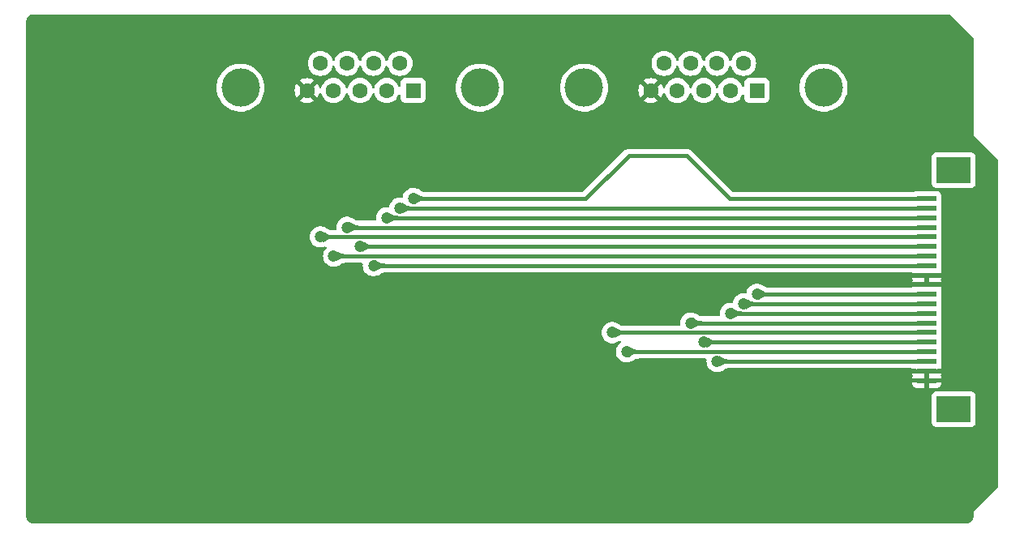
<source format=gtl>
G04 #@! TF.GenerationSoftware,KiCad,Pcbnew,8.0.5*
G04 #@! TF.CreationDate,2024-09-14T17:32:50+01:00*
G04 #@! TF.ProjectId,RS232Board,52533233-3242-46f6-9172-642e6b696361,rev?*
G04 #@! TF.SameCoordinates,Original*
G04 #@! TF.FileFunction,Copper,L1,Top*
G04 #@! TF.FilePolarity,Positive*
%FSLAX46Y46*%
G04 Gerber Fmt 4.6, Leading zero omitted, Abs format (unit mm)*
G04 Created by KiCad (PCBNEW 8.0.5) date 2024-09-14 17:32:50*
%MOMM*%
%LPD*%
G01*
G04 APERTURE LIST*
G04 #@! TA.AperFunction,SMDPad,CuDef*
%ADD10R,2.000000X0.610000*%
G04 #@! TD*
G04 #@! TA.AperFunction,SMDPad,CuDef*
%ADD11R,3.600000X2.680000*%
G04 #@! TD*
G04 #@! TA.AperFunction,ComponentPad*
%ADD12C,4.000000*%
G04 #@! TD*
G04 #@! TA.AperFunction,ComponentPad*
%ADD13R,1.600000X1.600000*%
G04 #@! TD*
G04 #@! TA.AperFunction,ComponentPad*
%ADD14C,1.600000*%
G04 #@! TD*
G04 #@! TA.AperFunction,ViaPad*
%ADD15C,1.200000*%
G04 #@! TD*
G04 #@! TA.AperFunction,Conductor*
%ADD16C,0.400000*%
G04 #@! TD*
G04 APERTURE END LIST*
D10*
X194110000Y-85000000D03*
X194110000Y-84000000D03*
X194110000Y-83000000D03*
X194110000Y-82000000D03*
X194110000Y-81000000D03*
X194110000Y-80000000D03*
X194110000Y-79000000D03*
X194110000Y-78000000D03*
X194110000Y-77000000D03*
X194110000Y-76000000D03*
X194110000Y-75000000D03*
X194110000Y-74000000D03*
X194110000Y-73000000D03*
X194110000Y-72000000D03*
X194110000Y-71000000D03*
X194110000Y-70000000D03*
X194110000Y-69000000D03*
X194110000Y-68000000D03*
X194110000Y-67000000D03*
X194110000Y-66000000D03*
D11*
X196910000Y-87990000D03*
X196910000Y-63010000D03*
D12*
X183330000Y-54405331D03*
X158330000Y-54405331D03*
D13*
X176370000Y-54705331D03*
D14*
X173600000Y-54705331D03*
X170830000Y-54705331D03*
X168060000Y-54705331D03*
X165290000Y-54705331D03*
X174985000Y-51865331D03*
X172215000Y-51865331D03*
X169445000Y-51865331D03*
X166675000Y-51865331D03*
D12*
X147435000Y-54405331D03*
X122435000Y-54405331D03*
D13*
X140475000Y-54705331D03*
D14*
X137705000Y-54705331D03*
X134935000Y-54705331D03*
X132165000Y-54705331D03*
X129395000Y-54705331D03*
X139090000Y-51865331D03*
X136320000Y-51865331D03*
X133550000Y-51865331D03*
X130780000Y-51865331D03*
D15*
X132165000Y-72000000D03*
X161250000Y-80000000D03*
X140475000Y-66000000D03*
X173600000Y-78000000D03*
X134935000Y-71000000D03*
X139090000Y-67000000D03*
X162750000Y-82000000D03*
X136320000Y-73000000D03*
X133550000Y-69000000D03*
X170830000Y-81000000D03*
X176370000Y-76000000D03*
X174985000Y-77000000D03*
X130780000Y-70000000D03*
X172215000Y-83000000D03*
X169445000Y-79000000D03*
X137705000Y-68000000D03*
D16*
X194110000Y-83000000D02*
X172215000Y-83000000D01*
X194110000Y-82000000D02*
X162750000Y-82000000D01*
X194110000Y-81000000D02*
X170830000Y-81000000D01*
X194110000Y-80000000D02*
X161250000Y-80000000D01*
X194110000Y-79000000D02*
X169445000Y-79000000D01*
X194110000Y-78000000D02*
X173600000Y-78000000D01*
X194110000Y-77000000D02*
X174985000Y-77000000D01*
X194110000Y-76000000D02*
X176370000Y-76000000D01*
X194110000Y-73000000D02*
X136320000Y-73000000D01*
X194110000Y-72000000D02*
X132165000Y-72000000D01*
X194110000Y-71000000D02*
X134935000Y-71000000D01*
X194110000Y-70000000D02*
X130780000Y-70000000D01*
X194110000Y-69000000D02*
X133550000Y-69000000D01*
X194110000Y-68000000D02*
X137705000Y-68000000D01*
X194110000Y-67000000D02*
X139090000Y-67000000D01*
X163000000Y-61500000D02*
X158500000Y-66000000D01*
X169000000Y-61500000D02*
X163000000Y-61500000D01*
X158500000Y-66000000D02*
X140475000Y-66000000D01*
X194110000Y-66000000D02*
X173500000Y-66000000D01*
X173500000Y-66000000D02*
X169000000Y-61500000D01*
G04 #@! TA.AperFunction,Conductor*
G36*
X196504404Y-46755185D02*
G01*
X196525046Y-46771819D01*
X198948181Y-49194954D01*
X198981666Y-49256277D01*
X198984500Y-49282635D01*
X198984500Y-59344982D01*
X198984500Y-59375018D01*
X198995994Y-59402767D01*
X198995995Y-59402768D01*
X201488181Y-61894954D01*
X201521666Y-61956277D01*
X201524500Y-61982635D01*
X201524500Y-96107364D01*
X201504815Y-96174403D01*
X201488181Y-96195045D01*
X199017233Y-98665994D01*
X198995995Y-98687231D01*
X198984500Y-98714982D01*
X198984500Y-99231907D01*
X198983903Y-99244062D01*
X198972505Y-99359778D01*
X198967763Y-99383618D01*
X198937832Y-99482290D01*
X198935789Y-99489024D01*
X198926486Y-99511482D01*
X198874561Y-99608627D01*
X198861056Y-99628839D01*
X198791176Y-99713988D01*
X198773988Y-99731176D01*
X198688839Y-99801056D01*
X198668627Y-99814561D01*
X198571482Y-99866486D01*
X198549028Y-99875787D01*
X198507028Y-99888528D01*
X198443618Y-99907763D01*
X198419778Y-99912505D01*
X198311162Y-99923203D01*
X198304060Y-99923903D01*
X198291907Y-99924500D01*
X100768093Y-99924500D01*
X100755939Y-99923903D01*
X100747995Y-99923120D01*
X100640221Y-99912505D01*
X100616381Y-99907763D01*
X100599445Y-99902625D01*
X100510968Y-99875786D01*
X100488517Y-99866486D01*
X100391372Y-99814561D01*
X100371160Y-99801056D01*
X100286011Y-99731176D01*
X100268823Y-99713988D01*
X100198943Y-99628839D01*
X100185438Y-99608627D01*
X100133510Y-99511476D01*
X100124215Y-99489037D01*
X100092234Y-99383612D01*
X100087494Y-99359777D01*
X100076097Y-99244061D01*
X100075500Y-99231907D01*
X100075500Y-86601345D01*
X194601500Y-86601345D01*
X194601500Y-89378654D01*
X194608011Y-89439202D01*
X194608011Y-89439204D01*
X194659111Y-89576204D01*
X194746739Y-89693261D01*
X194863796Y-89780889D01*
X195000799Y-89831989D01*
X195028050Y-89834918D01*
X195061345Y-89838499D01*
X195061362Y-89838500D01*
X198758638Y-89838500D01*
X198758654Y-89838499D01*
X198785692Y-89835591D01*
X198819201Y-89831989D01*
X198956204Y-89780889D01*
X199073261Y-89693261D01*
X199160889Y-89576204D01*
X199211989Y-89439201D01*
X199215591Y-89405692D01*
X199218499Y-89378654D01*
X199218500Y-89378637D01*
X199218500Y-86601362D01*
X199218499Y-86601345D01*
X199215157Y-86570270D01*
X199211989Y-86540799D01*
X199160889Y-86403796D01*
X199073261Y-86286739D01*
X198956204Y-86199111D01*
X198819203Y-86148011D01*
X198758654Y-86141500D01*
X198758638Y-86141500D01*
X195061362Y-86141500D01*
X195061345Y-86141500D01*
X195000797Y-86148011D01*
X195000795Y-86148011D01*
X194863795Y-86199111D01*
X194746739Y-86286739D01*
X194659111Y-86403795D01*
X194608011Y-86540795D01*
X194608011Y-86540797D01*
X194601500Y-86601345D01*
X100075500Y-86601345D01*
X100075500Y-85352844D01*
X192610000Y-85352844D01*
X192616401Y-85412372D01*
X192616403Y-85412379D01*
X192666645Y-85547086D01*
X192666649Y-85547093D01*
X192752809Y-85662187D01*
X192752812Y-85662190D01*
X192867906Y-85748350D01*
X192867913Y-85748354D01*
X193002620Y-85798596D01*
X193002627Y-85798598D01*
X193062155Y-85804999D01*
X193062172Y-85805000D01*
X193860000Y-85805000D01*
X194360000Y-85805000D01*
X195157828Y-85805000D01*
X195157844Y-85804999D01*
X195217372Y-85798598D01*
X195217379Y-85798596D01*
X195352086Y-85748354D01*
X195352093Y-85748350D01*
X195467187Y-85662190D01*
X195467190Y-85662187D01*
X195553350Y-85547093D01*
X195553354Y-85547086D01*
X195603596Y-85412379D01*
X195603598Y-85412372D01*
X195609999Y-85352844D01*
X195610000Y-85352827D01*
X195610000Y-85250000D01*
X194360000Y-85250000D01*
X194360000Y-85805000D01*
X193860000Y-85805000D01*
X193860000Y-85250000D01*
X192610000Y-85250000D01*
X192610000Y-85352844D01*
X100075500Y-85352844D01*
X100075500Y-84352844D01*
X192610000Y-84352844D01*
X192616401Y-84412372D01*
X192616403Y-84412380D01*
X192632921Y-84456667D01*
X192637905Y-84526359D01*
X192632921Y-84543333D01*
X192616403Y-84587619D01*
X192616401Y-84587627D01*
X192610000Y-84647155D01*
X192610000Y-84750000D01*
X193860000Y-84750000D01*
X194360000Y-84750000D01*
X195610000Y-84750000D01*
X195610000Y-84647172D01*
X195609999Y-84647155D01*
X195603597Y-84587622D01*
X195603597Y-84587621D01*
X195587079Y-84543335D01*
X195582093Y-84473644D01*
X195587079Y-84456665D01*
X195603597Y-84412378D01*
X195603597Y-84412377D01*
X195609999Y-84352844D01*
X195610000Y-84352827D01*
X195610000Y-84250000D01*
X194360000Y-84250000D01*
X194360000Y-84750000D01*
X193860000Y-84750000D01*
X193860000Y-84250000D01*
X192610000Y-84250000D01*
X192610000Y-84352844D01*
X100075500Y-84352844D01*
X100075500Y-79999999D01*
X160136751Y-79999999D01*
X160136751Y-80000000D01*
X160155705Y-80204558D01*
X160155706Y-80204560D01*
X160211924Y-80402147D01*
X160211930Y-80402162D01*
X160303493Y-80586044D01*
X160303498Y-80586052D01*
X160427300Y-80749993D01*
X160477155Y-80795441D01*
X160579118Y-80888392D01*
X160753782Y-80996540D01*
X160945345Y-81070751D01*
X161147282Y-81108500D01*
X161147284Y-81108500D01*
X161352716Y-81108500D01*
X161352718Y-81108500D01*
X161554655Y-81070751D01*
X161675502Y-81023934D01*
X161682979Y-81021310D01*
X161713193Y-81011791D01*
X161735169Y-81001226D01*
X161744080Y-80997367D01*
X161746218Y-80996540D01*
X161746222Y-80996537D01*
X161747803Y-80995750D01*
X161756649Y-80990902D01*
X161936191Y-80904605D01*
X161956067Y-80894515D01*
X161956960Y-80894037D01*
X161976304Y-80883138D01*
X161993679Y-80872847D01*
X162061389Y-80855619D01*
X162127666Y-80877734D01*
X162171467Y-80932170D01*
X162178883Y-81001645D01*
X162147562Y-81064101D01*
X162122149Y-81084963D01*
X162079118Y-81111607D01*
X162079117Y-81111608D01*
X161927300Y-81250006D01*
X161803498Y-81413947D01*
X161803493Y-81413955D01*
X161711930Y-81597837D01*
X161711924Y-81597852D01*
X161655706Y-81795439D01*
X161655705Y-81795441D01*
X161636751Y-81999999D01*
X161636751Y-82000000D01*
X161655705Y-82204558D01*
X161655706Y-82204560D01*
X161711924Y-82402147D01*
X161711930Y-82402162D01*
X161803493Y-82586044D01*
X161803498Y-82586052D01*
X161927300Y-82749993D01*
X161975254Y-82793708D01*
X162079118Y-82888392D01*
X162253782Y-82996540D01*
X162445345Y-83070751D01*
X162647282Y-83108500D01*
X162647284Y-83108500D01*
X162852716Y-83108500D01*
X162852718Y-83108500D01*
X163054655Y-83070751D01*
X163175502Y-83023934D01*
X163182979Y-83021310D01*
X163213193Y-83011791D01*
X163235169Y-83001226D01*
X163244080Y-82997367D01*
X163246218Y-82996540D01*
X163246222Y-82996537D01*
X163247803Y-82995750D01*
X163256649Y-82990902D01*
X163436191Y-82904605D01*
X163456067Y-82894515D01*
X163456960Y-82894037D01*
X163476304Y-82883138D01*
X163627327Y-82793691D01*
X163632374Y-82790860D01*
X163704510Y-82752616D01*
X163728356Y-82742993D01*
X163773936Y-82729903D01*
X163799441Y-82725392D01*
X163975246Y-82712995D01*
X163975252Y-82712994D01*
X163975257Y-82712994D01*
X164010785Y-82709201D01*
X164023949Y-82708500D01*
X170992741Y-82708500D01*
X171059780Y-82728185D01*
X171105535Y-82780989D01*
X171116212Y-82843941D01*
X171101751Y-82999999D01*
X171101751Y-83000000D01*
X171120705Y-83204558D01*
X171120706Y-83204560D01*
X171176924Y-83402147D01*
X171176930Y-83402162D01*
X171268493Y-83586044D01*
X171268498Y-83586052D01*
X171392300Y-83749993D01*
X171461964Y-83813499D01*
X171544118Y-83888392D01*
X171718782Y-83996540D01*
X171910345Y-84070751D01*
X172112282Y-84108500D01*
X172112284Y-84108500D01*
X172317716Y-84108500D01*
X172317718Y-84108500D01*
X172519655Y-84070751D01*
X172640502Y-84023934D01*
X172647979Y-84021310D01*
X172678193Y-84011791D01*
X172700169Y-84001226D01*
X172709080Y-83997367D01*
X172711218Y-83996540D01*
X172711222Y-83996537D01*
X172712803Y-83995750D01*
X172721649Y-83990902D01*
X172901191Y-83904605D01*
X172921067Y-83894515D01*
X172921960Y-83894037D01*
X172941304Y-83883138D01*
X173092327Y-83793691D01*
X173097374Y-83790860D01*
X173169510Y-83752616D01*
X173193356Y-83742993D01*
X173238936Y-83729903D01*
X173264441Y-83725392D01*
X173440246Y-83712995D01*
X173440252Y-83712994D01*
X173440257Y-83712994D01*
X173475785Y-83709201D01*
X173488949Y-83708500D01*
X192517138Y-83708500D01*
X192584177Y-83728185D01*
X192604819Y-83744819D01*
X192610000Y-83750000D01*
X192825636Y-83750000D01*
X192868969Y-83757818D01*
X193000799Y-83806989D01*
X193028050Y-83809918D01*
X193061345Y-83813499D01*
X193061362Y-83813500D01*
X195158638Y-83813500D01*
X195158654Y-83813499D01*
X195185692Y-83810591D01*
X195219201Y-83806989D01*
X195351030Y-83757818D01*
X195394364Y-83750000D01*
X195610000Y-83750000D01*
X195610000Y-83647172D01*
X195609999Y-83647155D01*
X195603598Y-83587627D01*
X195603597Y-83587621D01*
X195591614Y-83555494D01*
X195586629Y-83485803D01*
X195591608Y-83468842D01*
X195611989Y-83414201D01*
X195614002Y-83395469D01*
X195618499Y-83353654D01*
X195618500Y-83353637D01*
X195618500Y-82646362D01*
X195618499Y-82646345D01*
X195611989Y-82585800D01*
X195596150Y-82543335D01*
X195591165Y-82473643D01*
X195596150Y-82456665D01*
X195611989Y-82414201D01*
X195613485Y-82400277D01*
X195618499Y-82353654D01*
X195618500Y-82353637D01*
X195618500Y-81646362D01*
X195618499Y-81646345D01*
X195611989Y-81585800D01*
X195596150Y-81543335D01*
X195591165Y-81473643D01*
X195596150Y-81456665D01*
X195611989Y-81414201D01*
X195613485Y-81400277D01*
X195618499Y-81353654D01*
X195618500Y-81353637D01*
X195618500Y-80646362D01*
X195618499Y-80646345D01*
X195611989Y-80585800D01*
X195596150Y-80543335D01*
X195591165Y-80473643D01*
X195596150Y-80456665D01*
X195611989Y-80414201D01*
X195613485Y-80400277D01*
X195618499Y-80353654D01*
X195618500Y-80353637D01*
X195618500Y-79646362D01*
X195618499Y-79646345D01*
X195611989Y-79585800D01*
X195596150Y-79543335D01*
X195591165Y-79473643D01*
X195596150Y-79456665D01*
X195611989Y-79414201D01*
X195613485Y-79400277D01*
X195618499Y-79353654D01*
X195618500Y-79353637D01*
X195618500Y-78646362D01*
X195618499Y-78646345D01*
X195611989Y-78585800D01*
X195596150Y-78543335D01*
X195591165Y-78473643D01*
X195596150Y-78456665D01*
X195611989Y-78414201D01*
X195613485Y-78400277D01*
X195618499Y-78353654D01*
X195618500Y-78353637D01*
X195618500Y-77646362D01*
X195618499Y-77646345D01*
X195611989Y-77585800D01*
X195596150Y-77543335D01*
X195591165Y-77473643D01*
X195596150Y-77456665D01*
X195611989Y-77414201D01*
X195613485Y-77400277D01*
X195618499Y-77353654D01*
X195618500Y-77353637D01*
X195618500Y-76646362D01*
X195618499Y-76646345D01*
X195611989Y-76585800D01*
X195596150Y-76543335D01*
X195591165Y-76473643D01*
X195596150Y-76456665D01*
X195611989Y-76414201D01*
X195613485Y-76400277D01*
X195618499Y-76353654D01*
X195618500Y-76353637D01*
X195618500Y-75646362D01*
X195618499Y-75646345D01*
X195611989Y-75585800D01*
X195611989Y-75585799D01*
X195591613Y-75531171D01*
X195586629Y-75461482D01*
X195591614Y-75444504D01*
X195603597Y-75412375D01*
X195603598Y-75412372D01*
X195609999Y-75352844D01*
X195610000Y-75352827D01*
X195610000Y-75250000D01*
X195394364Y-75250000D01*
X195351030Y-75242181D01*
X195323714Y-75231993D01*
X195219203Y-75193011D01*
X195158654Y-75186500D01*
X195158638Y-75186500D01*
X193061362Y-75186500D01*
X193061345Y-75186500D01*
X193000797Y-75193011D01*
X193000795Y-75193011D01*
X192884206Y-75236498D01*
X192868969Y-75242181D01*
X192825636Y-75250000D01*
X192610000Y-75250000D01*
X192604819Y-75255181D01*
X192543496Y-75288666D01*
X192517138Y-75291500D01*
X177629280Y-75291500D01*
X177603042Y-75288692D01*
X177595250Y-75287005D01*
X177595255Y-75287005D01*
X177419446Y-75274606D01*
X177393943Y-75270096D01*
X177348357Y-75257004D01*
X177324505Y-75247378D01*
X177252394Y-75209146D01*
X177247318Y-75206300D01*
X177096291Y-75116852D01*
X177096279Y-75116845D01*
X177077007Y-75105985D01*
X177076654Y-75105796D01*
X177076106Y-75105503D01*
X177056205Y-75095399D01*
X177056195Y-75095394D01*
X176876647Y-75009093D01*
X176867838Y-75004267D01*
X176866208Y-75003455D01*
X176864090Y-75002635D01*
X176855182Y-74998775D01*
X176833170Y-74988195D01*
X176820181Y-74982175D01*
X176820165Y-74982167D01*
X176820133Y-74982153D01*
X176819580Y-74981906D01*
X176819581Y-74981906D01*
X176819578Y-74981905D01*
X176755600Y-74958289D01*
X176749307Y-74956689D01*
X176749439Y-74956166D01*
X176732952Y-74951832D01*
X176674664Y-74929252D01*
X176674656Y-74929249D01*
X176607342Y-74916666D01*
X176472718Y-74891500D01*
X176267282Y-74891500D01*
X176065345Y-74929249D01*
X176065342Y-74929249D01*
X176065342Y-74929250D01*
X175873779Y-75003461D01*
X175699116Y-75111609D01*
X175547300Y-75250006D01*
X175423498Y-75413947D01*
X175423493Y-75413955D01*
X175331930Y-75597837D01*
X175331924Y-75597852D01*
X175275705Y-75795443D01*
X175274790Y-75800336D01*
X175243115Y-75862613D01*
X175182799Y-75897879D01*
X175130120Y-75899426D01*
X175103893Y-75894523D01*
X175087718Y-75891500D01*
X174882282Y-75891500D01*
X174680345Y-75929249D01*
X174680342Y-75929249D01*
X174680342Y-75929250D01*
X174488779Y-76003461D01*
X174314116Y-76111609D01*
X174162300Y-76250006D01*
X174038498Y-76413947D01*
X174038493Y-76413955D01*
X173946930Y-76597837D01*
X173946924Y-76597852D01*
X173890705Y-76795443D01*
X173889790Y-76800336D01*
X173858115Y-76862613D01*
X173797799Y-76897879D01*
X173745120Y-76899426D01*
X173718893Y-76894523D01*
X173702718Y-76891500D01*
X173497282Y-76891500D01*
X173295345Y-76929249D01*
X173295342Y-76929249D01*
X173295342Y-76929250D01*
X173103779Y-77003461D01*
X172929116Y-77111609D01*
X172777300Y-77250006D01*
X172653498Y-77413947D01*
X172653493Y-77413955D01*
X172561930Y-77597837D01*
X172561924Y-77597852D01*
X172505706Y-77795439D01*
X172505705Y-77795441D01*
X172486751Y-77999999D01*
X172486751Y-78000000D01*
X172495590Y-78095394D01*
X172501212Y-78156059D01*
X172487797Y-78224628D01*
X172439440Y-78275060D01*
X172377741Y-78291500D01*
X170704280Y-78291500D01*
X170678042Y-78288692D01*
X170670250Y-78287005D01*
X170670255Y-78287005D01*
X170494446Y-78274606D01*
X170468943Y-78270096D01*
X170423357Y-78257004D01*
X170399505Y-78247378D01*
X170327394Y-78209146D01*
X170322318Y-78206300D01*
X170171291Y-78116852D01*
X170171279Y-78116845D01*
X170152007Y-78105985D01*
X170151654Y-78105796D01*
X170151106Y-78105503D01*
X170131205Y-78095399D01*
X170131195Y-78095394D01*
X169951647Y-78009093D01*
X169942838Y-78004267D01*
X169941208Y-78003455D01*
X169939090Y-78002635D01*
X169930182Y-77998775D01*
X169908170Y-77988195D01*
X169895181Y-77982175D01*
X169895165Y-77982167D01*
X169895133Y-77982153D01*
X169894580Y-77981906D01*
X169894581Y-77981906D01*
X169894578Y-77981905D01*
X169830600Y-77958289D01*
X169824307Y-77956689D01*
X169824439Y-77956166D01*
X169807952Y-77951832D01*
X169749664Y-77929252D01*
X169749656Y-77929249D01*
X169682342Y-77916666D01*
X169547718Y-77891500D01*
X169342282Y-77891500D01*
X169140345Y-77929249D01*
X169140342Y-77929249D01*
X169140342Y-77929250D01*
X168948779Y-78003461D01*
X168774116Y-78111609D01*
X168622300Y-78250006D01*
X168498498Y-78413947D01*
X168498493Y-78413955D01*
X168406930Y-78597837D01*
X168406924Y-78597852D01*
X168350706Y-78795439D01*
X168350705Y-78795441D01*
X168331751Y-78999999D01*
X168331751Y-79000000D01*
X168340590Y-79095394D01*
X168346212Y-79156059D01*
X168332797Y-79224628D01*
X168284440Y-79275060D01*
X168222741Y-79291500D01*
X162509280Y-79291500D01*
X162483042Y-79288692D01*
X162475250Y-79287005D01*
X162475255Y-79287005D01*
X162299446Y-79274606D01*
X162273943Y-79270096D01*
X162228357Y-79257004D01*
X162204505Y-79247378D01*
X162132394Y-79209146D01*
X162127318Y-79206300D01*
X161976291Y-79116852D01*
X161976279Y-79116845D01*
X161957007Y-79105985D01*
X161956654Y-79105796D01*
X161956106Y-79105503D01*
X161936205Y-79095399D01*
X161936195Y-79095394D01*
X161756647Y-79009093D01*
X161747838Y-79004267D01*
X161746208Y-79003455D01*
X161744090Y-79002635D01*
X161735182Y-78998775D01*
X161713170Y-78988195D01*
X161700181Y-78982175D01*
X161700165Y-78982167D01*
X161700133Y-78982153D01*
X161699580Y-78981906D01*
X161699581Y-78981906D01*
X161699578Y-78981905D01*
X161635600Y-78958289D01*
X161629307Y-78956689D01*
X161629439Y-78956166D01*
X161612952Y-78951832D01*
X161554664Y-78929252D01*
X161554656Y-78929249D01*
X161487342Y-78916666D01*
X161352718Y-78891500D01*
X161147282Y-78891500D01*
X160945345Y-78929249D01*
X160945342Y-78929249D01*
X160945342Y-78929250D01*
X160753779Y-79003461D01*
X160579116Y-79111609D01*
X160427300Y-79250006D01*
X160303498Y-79413947D01*
X160303493Y-79413955D01*
X160211930Y-79597837D01*
X160211924Y-79597852D01*
X160155706Y-79795439D01*
X160155705Y-79795441D01*
X160136751Y-79999999D01*
X100075500Y-79999999D01*
X100075500Y-74352844D01*
X192610000Y-74352844D01*
X192616401Y-74412372D01*
X192616403Y-74412380D01*
X192632921Y-74456667D01*
X192637905Y-74526359D01*
X192632921Y-74543333D01*
X192616403Y-74587619D01*
X192616401Y-74587627D01*
X192610000Y-74647155D01*
X192610000Y-74750000D01*
X193860000Y-74750000D01*
X194360000Y-74750000D01*
X195610000Y-74750000D01*
X195610000Y-74647172D01*
X195609999Y-74647155D01*
X195603597Y-74587622D01*
X195603597Y-74587621D01*
X195587079Y-74543335D01*
X195582093Y-74473644D01*
X195587079Y-74456665D01*
X195603597Y-74412378D01*
X195603597Y-74412377D01*
X195609999Y-74352844D01*
X195610000Y-74352827D01*
X195610000Y-74250000D01*
X194360000Y-74250000D01*
X194360000Y-74750000D01*
X193860000Y-74750000D01*
X193860000Y-74250000D01*
X192610000Y-74250000D01*
X192610000Y-74352844D01*
X100075500Y-74352844D01*
X100075500Y-69999999D01*
X129666751Y-69999999D01*
X129666751Y-70000000D01*
X129685705Y-70204558D01*
X129685706Y-70204560D01*
X129741924Y-70402147D01*
X129741930Y-70402162D01*
X129833493Y-70586044D01*
X129833498Y-70586052D01*
X129957300Y-70749993D01*
X130007155Y-70795441D01*
X130109118Y-70888392D01*
X130283782Y-70996540D01*
X130475345Y-71070751D01*
X130677282Y-71108500D01*
X130677284Y-71108500D01*
X130882716Y-71108500D01*
X130882718Y-71108500D01*
X131084655Y-71070751D01*
X131205502Y-71023934D01*
X131212979Y-71021310D01*
X131243193Y-71011791D01*
X131243268Y-71011754D01*
X131243294Y-71011750D01*
X131247316Y-71010160D01*
X131247661Y-71011033D01*
X131312214Y-71000440D01*
X131376334Y-71028197D01*
X131415268Y-71086213D01*
X131416655Y-71156069D01*
X131380547Y-71215140D01*
X131342301Y-71250006D01*
X131218498Y-71413947D01*
X131218493Y-71413955D01*
X131126930Y-71597837D01*
X131126924Y-71597852D01*
X131070706Y-71795439D01*
X131070705Y-71795441D01*
X131051751Y-71999999D01*
X131051751Y-72000000D01*
X131070705Y-72204558D01*
X131070706Y-72204560D01*
X131126924Y-72402147D01*
X131126930Y-72402162D01*
X131218493Y-72586044D01*
X131218498Y-72586052D01*
X131342300Y-72749993D01*
X131390254Y-72793708D01*
X131494118Y-72888392D01*
X131668782Y-72996540D01*
X131860345Y-73070751D01*
X132062282Y-73108500D01*
X132062284Y-73108500D01*
X132267716Y-73108500D01*
X132267718Y-73108500D01*
X132469655Y-73070751D01*
X132590502Y-73023934D01*
X132597979Y-73021310D01*
X132628193Y-73011791D01*
X132650169Y-73001226D01*
X132659080Y-72997367D01*
X132661218Y-72996540D01*
X132661222Y-72996537D01*
X132662803Y-72995750D01*
X132671649Y-72990902D01*
X132851191Y-72904605D01*
X132871067Y-72894515D01*
X132871960Y-72894037D01*
X132891304Y-72883138D01*
X133042327Y-72793691D01*
X133047374Y-72790860D01*
X133119510Y-72752616D01*
X133143356Y-72742993D01*
X133188936Y-72729903D01*
X133214441Y-72725392D01*
X133390246Y-72712995D01*
X133390252Y-72712994D01*
X133390257Y-72712994D01*
X133425785Y-72709201D01*
X133438949Y-72708500D01*
X135097741Y-72708500D01*
X135164780Y-72728185D01*
X135210535Y-72780989D01*
X135221212Y-72843941D01*
X135206751Y-72999999D01*
X135206751Y-73000000D01*
X135225705Y-73204558D01*
X135225706Y-73204560D01*
X135281924Y-73402147D01*
X135281930Y-73402162D01*
X135373493Y-73586044D01*
X135373498Y-73586052D01*
X135497300Y-73749993D01*
X135566964Y-73813499D01*
X135649118Y-73888392D01*
X135823782Y-73996540D01*
X136015345Y-74070751D01*
X136217282Y-74108500D01*
X136217284Y-74108500D01*
X136422716Y-74108500D01*
X136422718Y-74108500D01*
X136624655Y-74070751D01*
X136745502Y-74023934D01*
X136752979Y-74021310D01*
X136783193Y-74011791D01*
X136805169Y-74001226D01*
X136814080Y-73997367D01*
X136816218Y-73996540D01*
X136816222Y-73996537D01*
X136817803Y-73995750D01*
X136826649Y-73990902D01*
X137006191Y-73904605D01*
X137026067Y-73894515D01*
X137026960Y-73894037D01*
X137046304Y-73883138D01*
X137197327Y-73793691D01*
X137202374Y-73790860D01*
X137274510Y-73752616D01*
X137298356Y-73742993D01*
X137343936Y-73729903D01*
X137369441Y-73725392D01*
X137545246Y-73712995D01*
X137545252Y-73712994D01*
X137545257Y-73712994D01*
X137580785Y-73709201D01*
X137593949Y-73708500D01*
X192517138Y-73708500D01*
X192584177Y-73728185D01*
X192604819Y-73744819D01*
X192610000Y-73750000D01*
X192825636Y-73750000D01*
X192868969Y-73757818D01*
X193000799Y-73806989D01*
X193028050Y-73809918D01*
X193061345Y-73813499D01*
X193061362Y-73813500D01*
X195158638Y-73813500D01*
X195158654Y-73813499D01*
X195185692Y-73810591D01*
X195219201Y-73806989D01*
X195351030Y-73757818D01*
X195394364Y-73750000D01*
X195610000Y-73750000D01*
X195610000Y-73647172D01*
X195609999Y-73647155D01*
X195603598Y-73587627D01*
X195603597Y-73587621D01*
X195591614Y-73555494D01*
X195586629Y-73485803D01*
X195591608Y-73468842D01*
X195611989Y-73414201D01*
X195614002Y-73395469D01*
X195618499Y-73353654D01*
X195618500Y-73353637D01*
X195618500Y-72646362D01*
X195618499Y-72646345D01*
X195611989Y-72585800D01*
X195596150Y-72543335D01*
X195591165Y-72473643D01*
X195596150Y-72456665D01*
X195611989Y-72414201D01*
X195613485Y-72400277D01*
X195618499Y-72353654D01*
X195618500Y-72353637D01*
X195618500Y-71646362D01*
X195618499Y-71646345D01*
X195611989Y-71585800D01*
X195596150Y-71543335D01*
X195591165Y-71473643D01*
X195596150Y-71456665D01*
X195611989Y-71414201D01*
X195613485Y-71400277D01*
X195618499Y-71353654D01*
X195618500Y-71353637D01*
X195618500Y-70646362D01*
X195618499Y-70646345D01*
X195611989Y-70585800D01*
X195596150Y-70543335D01*
X195591165Y-70473643D01*
X195596150Y-70456665D01*
X195611989Y-70414201D01*
X195613485Y-70400277D01*
X195618499Y-70353654D01*
X195618500Y-70353637D01*
X195618500Y-69646362D01*
X195618499Y-69646345D01*
X195611989Y-69585800D01*
X195596150Y-69543335D01*
X195591165Y-69473643D01*
X195596150Y-69456665D01*
X195611989Y-69414201D01*
X195613485Y-69400277D01*
X195618499Y-69353654D01*
X195618500Y-69353637D01*
X195618500Y-68646362D01*
X195618499Y-68646345D01*
X195611989Y-68585800D01*
X195596150Y-68543335D01*
X195591165Y-68473643D01*
X195596150Y-68456665D01*
X195611989Y-68414201D01*
X195613485Y-68400277D01*
X195618499Y-68353654D01*
X195618500Y-68353637D01*
X195618500Y-67646362D01*
X195618499Y-67646345D01*
X195611989Y-67585800D01*
X195596150Y-67543335D01*
X195591165Y-67473643D01*
X195596150Y-67456665D01*
X195611989Y-67414201D01*
X195613485Y-67400277D01*
X195618499Y-67353654D01*
X195618500Y-67353637D01*
X195618500Y-66646362D01*
X195618499Y-66646345D01*
X195611989Y-66585800D01*
X195596150Y-66543335D01*
X195591165Y-66473643D01*
X195596150Y-66456665D01*
X195611989Y-66414201D01*
X195613485Y-66400277D01*
X195618499Y-66353654D01*
X195618500Y-66353637D01*
X195618500Y-65646362D01*
X195618499Y-65646345D01*
X195615157Y-65615270D01*
X195611989Y-65585799D01*
X195560889Y-65448796D01*
X195473261Y-65331739D01*
X195356204Y-65244111D01*
X195219203Y-65193011D01*
X195158654Y-65186500D01*
X195158638Y-65186500D01*
X193061362Y-65186500D01*
X193061345Y-65186500D01*
X193000797Y-65193011D01*
X193000795Y-65193011D01*
X192863793Y-65244111D01*
X192863793Y-65244112D01*
X192833530Y-65266767D01*
X192768066Y-65291184D01*
X192759220Y-65291500D01*
X173844833Y-65291500D01*
X173777794Y-65271815D01*
X173757152Y-65255181D01*
X170123317Y-61621345D01*
X194601500Y-61621345D01*
X194601500Y-64398654D01*
X194608011Y-64459202D01*
X194608011Y-64459204D01*
X194659111Y-64596204D01*
X194746739Y-64713261D01*
X194863796Y-64800889D01*
X195000799Y-64851989D01*
X195028050Y-64854918D01*
X195061345Y-64858499D01*
X195061362Y-64858500D01*
X198758638Y-64858500D01*
X198758654Y-64858499D01*
X198785692Y-64855591D01*
X198819201Y-64851989D01*
X198956204Y-64800889D01*
X199073261Y-64713261D01*
X199160889Y-64596204D01*
X199211989Y-64459201D01*
X199215591Y-64425692D01*
X199218499Y-64398654D01*
X199218500Y-64398637D01*
X199218500Y-61621362D01*
X199218499Y-61621345D01*
X199215157Y-61590270D01*
X199211989Y-61560799D01*
X199160889Y-61423796D01*
X199073261Y-61306739D01*
X198956204Y-61219111D01*
X198819203Y-61168011D01*
X198758654Y-61161500D01*
X198758638Y-61161500D01*
X195061362Y-61161500D01*
X195061345Y-61161500D01*
X195000797Y-61168011D01*
X195000795Y-61168011D01*
X194863795Y-61219111D01*
X194746739Y-61306739D01*
X194659111Y-61423795D01*
X194608011Y-61560795D01*
X194608011Y-61560797D01*
X194601500Y-61621345D01*
X170123317Y-61621345D01*
X169451646Y-60949674D01*
X169451638Y-60949668D01*
X169335603Y-60872136D01*
X169335599Y-60872134D01*
X169308896Y-60861073D01*
X169244427Y-60834369D01*
X169244426Y-60834368D01*
X169206664Y-60818727D01*
X169206658Y-60818725D01*
X169138221Y-60805113D01*
X169069785Y-60791500D01*
X169069782Y-60791500D01*
X169069781Y-60791500D01*
X163069782Y-60791500D01*
X162930218Y-60791500D01*
X162930214Y-60791500D01*
X162793341Y-60818725D01*
X162793340Y-60818726D01*
X162755573Y-60834368D01*
X162755572Y-60834369D01*
X162671602Y-60869151D01*
X162664394Y-60872137D01*
X162548361Y-60949668D01*
X162548353Y-60949674D01*
X158242848Y-65255181D01*
X158181525Y-65288666D01*
X158155167Y-65291500D01*
X141734280Y-65291500D01*
X141708042Y-65288692D01*
X141700250Y-65287005D01*
X141700255Y-65287005D01*
X141524446Y-65274606D01*
X141498943Y-65270096D01*
X141453357Y-65257004D01*
X141429505Y-65247378D01*
X141357394Y-65209146D01*
X141352318Y-65206300D01*
X141201291Y-65116852D01*
X141201279Y-65116845D01*
X141182007Y-65105985D01*
X141181654Y-65105796D01*
X141181106Y-65105503D01*
X141161205Y-65095399D01*
X141161195Y-65095394D01*
X140981647Y-65009093D01*
X140972838Y-65004267D01*
X140971208Y-65003455D01*
X140969090Y-65002635D01*
X140960182Y-64998775D01*
X140938170Y-64988195D01*
X140925181Y-64982175D01*
X140925165Y-64982167D01*
X140925133Y-64982153D01*
X140924580Y-64981906D01*
X140924581Y-64981906D01*
X140924578Y-64981905D01*
X140860600Y-64958289D01*
X140854307Y-64956689D01*
X140854439Y-64956166D01*
X140837952Y-64951832D01*
X140779664Y-64929252D01*
X140779656Y-64929249D01*
X140712342Y-64916666D01*
X140577718Y-64891500D01*
X140372282Y-64891500D01*
X140170345Y-64929249D01*
X140170342Y-64929249D01*
X140170342Y-64929250D01*
X139978779Y-65003461D01*
X139804116Y-65111609D01*
X139652300Y-65250006D01*
X139528498Y-65413947D01*
X139528493Y-65413955D01*
X139436930Y-65597837D01*
X139436924Y-65597852D01*
X139380705Y-65795443D01*
X139379790Y-65800336D01*
X139348115Y-65862613D01*
X139287799Y-65897879D01*
X139235120Y-65899426D01*
X139208893Y-65894523D01*
X139192718Y-65891500D01*
X138987282Y-65891500D01*
X138785345Y-65929249D01*
X138785342Y-65929249D01*
X138785342Y-65929250D01*
X138593779Y-66003461D01*
X138419116Y-66111609D01*
X138267300Y-66250006D01*
X138143498Y-66413947D01*
X138143493Y-66413955D01*
X138051930Y-66597837D01*
X138051924Y-66597852D01*
X137995705Y-66795443D01*
X137994790Y-66800336D01*
X137963115Y-66862613D01*
X137902799Y-66897879D01*
X137850120Y-66899426D01*
X137823893Y-66894523D01*
X137807718Y-66891500D01*
X137602282Y-66891500D01*
X137400345Y-66929249D01*
X137400342Y-66929249D01*
X137400342Y-66929250D01*
X137208779Y-67003461D01*
X137034116Y-67111609D01*
X136882300Y-67250006D01*
X136758498Y-67413947D01*
X136758493Y-67413955D01*
X136666930Y-67597837D01*
X136666924Y-67597852D01*
X136610706Y-67795439D01*
X136610705Y-67795441D01*
X136591751Y-67999999D01*
X136591751Y-68000000D01*
X136600590Y-68095394D01*
X136606212Y-68156059D01*
X136592797Y-68224628D01*
X136544440Y-68275060D01*
X136482741Y-68291500D01*
X134809280Y-68291500D01*
X134783042Y-68288692D01*
X134775250Y-68287005D01*
X134775255Y-68287005D01*
X134599446Y-68274606D01*
X134573943Y-68270096D01*
X134528357Y-68257004D01*
X134504505Y-68247378D01*
X134432394Y-68209146D01*
X134427318Y-68206300D01*
X134276291Y-68116852D01*
X134276279Y-68116845D01*
X134257007Y-68105985D01*
X134256654Y-68105796D01*
X134256106Y-68105503D01*
X134236205Y-68095399D01*
X134236195Y-68095394D01*
X134056647Y-68009093D01*
X134047838Y-68004267D01*
X134046208Y-68003455D01*
X134044090Y-68002635D01*
X134035182Y-67998775D01*
X134013170Y-67988195D01*
X134000181Y-67982175D01*
X134000165Y-67982167D01*
X134000133Y-67982153D01*
X133999580Y-67981906D01*
X133999581Y-67981906D01*
X133999578Y-67981905D01*
X133935600Y-67958289D01*
X133929307Y-67956689D01*
X133929439Y-67956166D01*
X133912952Y-67951832D01*
X133854664Y-67929252D01*
X133854656Y-67929249D01*
X133787342Y-67916666D01*
X133652718Y-67891500D01*
X133447282Y-67891500D01*
X133245345Y-67929249D01*
X133245342Y-67929249D01*
X133245342Y-67929250D01*
X133053779Y-68003461D01*
X132879116Y-68111609D01*
X132727300Y-68250006D01*
X132603498Y-68413947D01*
X132603493Y-68413955D01*
X132511930Y-68597837D01*
X132511924Y-68597852D01*
X132455706Y-68795439D01*
X132455705Y-68795441D01*
X132436751Y-68999999D01*
X132436751Y-69000000D01*
X132445590Y-69095394D01*
X132451212Y-69156059D01*
X132437797Y-69224628D01*
X132389440Y-69275060D01*
X132327741Y-69291500D01*
X132039280Y-69291500D01*
X132013042Y-69288692D01*
X132005250Y-69287005D01*
X132005255Y-69287005D01*
X131829446Y-69274606D01*
X131803943Y-69270096D01*
X131758357Y-69257004D01*
X131734505Y-69247378D01*
X131662394Y-69209146D01*
X131657318Y-69206300D01*
X131506291Y-69116852D01*
X131506279Y-69116845D01*
X131487007Y-69105985D01*
X131486654Y-69105796D01*
X131486106Y-69105503D01*
X131466205Y-69095399D01*
X131466195Y-69095394D01*
X131286647Y-69009093D01*
X131277838Y-69004267D01*
X131276208Y-69003455D01*
X131274090Y-69002635D01*
X131265182Y-68998775D01*
X131243170Y-68988195D01*
X131230181Y-68982175D01*
X131230165Y-68982167D01*
X131230133Y-68982153D01*
X131229580Y-68981906D01*
X131229581Y-68981906D01*
X131229578Y-68981905D01*
X131165600Y-68958289D01*
X131159307Y-68956689D01*
X131159439Y-68956166D01*
X131142952Y-68951832D01*
X131084664Y-68929252D01*
X131084656Y-68929249D01*
X131017342Y-68916666D01*
X130882718Y-68891500D01*
X130677282Y-68891500D01*
X130475345Y-68929249D01*
X130475342Y-68929249D01*
X130475342Y-68929250D01*
X130283779Y-69003461D01*
X130109116Y-69111609D01*
X129957300Y-69250006D01*
X129833498Y-69413947D01*
X129833493Y-69413955D01*
X129741930Y-69597837D01*
X129741924Y-69597852D01*
X129685706Y-69795439D01*
X129685705Y-69795441D01*
X129666751Y-69999999D01*
X100075500Y-69999999D01*
X100075500Y-54405325D01*
X119921540Y-54405325D01*
X119921540Y-54405336D01*
X119941357Y-54720343D01*
X119941359Y-54720351D01*
X120000505Y-55030403D01*
X120040848Y-55154566D01*
X120098044Y-55330598D01*
X120098046Y-55330603D01*
X120232436Y-55616196D01*
X120232442Y-55616207D01*
X120401561Y-55882696D01*
X120401563Y-55882699D01*
X120401568Y-55882706D01*
X120602767Y-56125913D01*
X120602772Y-56125919D01*
X120832858Y-56341983D01*
X120832868Y-56341991D01*
X121088209Y-56527507D01*
X121088214Y-56527509D01*
X121088221Y-56527515D01*
X121364821Y-56679578D01*
X121364826Y-56679580D01*
X121364828Y-56679581D01*
X121364829Y-56679582D01*
X121658294Y-56795773D01*
X121658297Y-56795774D01*
X121964021Y-56874270D01*
X121964025Y-56874271D01*
X122029717Y-56882569D01*
X122277167Y-56913830D01*
X122277176Y-56913830D01*
X122277179Y-56913831D01*
X122277181Y-56913831D01*
X122592819Y-56913831D01*
X122592821Y-56913831D01*
X122592824Y-56913830D01*
X122592832Y-56913830D01*
X122779692Y-56890223D01*
X122905975Y-56874271D01*
X123211702Y-56795774D01*
X123211705Y-56795773D01*
X123505170Y-56679582D01*
X123505171Y-56679581D01*
X123505169Y-56679581D01*
X123505179Y-56679578D01*
X123781779Y-56527515D01*
X124037140Y-56341985D01*
X124267233Y-56125913D01*
X124468432Y-55882706D01*
X124637562Y-55616200D01*
X124771956Y-55330597D01*
X124869495Y-55030403D01*
X124928641Y-54720351D01*
X124929587Y-54705330D01*
X124929587Y-54705328D01*
X128090034Y-54705328D01*
X128090034Y-54705333D01*
X128109858Y-54931930D01*
X128109860Y-54931941D01*
X128168730Y-55151648D01*
X128168735Y-55151662D01*
X128264863Y-55357809D01*
X128315974Y-55430803D01*
X128912037Y-54834740D01*
X128929075Y-54898324D01*
X128994901Y-55012338D01*
X129087993Y-55105430D01*
X129202007Y-55171256D01*
X129265590Y-55188293D01*
X128669526Y-55784356D01*
X128742513Y-55835463D01*
X128742521Y-55835467D01*
X128948668Y-55931595D01*
X128948682Y-55931600D01*
X129168389Y-55990470D01*
X129168400Y-55990472D01*
X129394998Y-56010297D01*
X129395002Y-56010297D01*
X129621599Y-55990472D01*
X129621610Y-55990470D01*
X129841317Y-55931600D01*
X129841331Y-55931595D01*
X130047478Y-55835467D01*
X130120471Y-55784355D01*
X129524409Y-55188293D01*
X129587993Y-55171256D01*
X129702007Y-55105430D01*
X129795099Y-55012338D01*
X129860925Y-54898324D01*
X129877962Y-54834740D01*
X130474024Y-55430802D01*
X130525136Y-55357809D01*
X130621264Y-55151662D01*
X130621269Y-55151648D01*
X130655825Y-55022682D01*
X130692190Y-54963022D01*
X130755036Y-54932492D01*
X130824412Y-54940786D01*
X130878290Y-54985271D01*
X130895375Y-55022681D01*
X130930714Y-55154568D01*
X130930718Y-55154580D01*
X130940716Y-55176020D01*
X131027477Y-55362080D01*
X131158802Y-55549631D01*
X131320700Y-55711529D01*
X131508251Y-55842854D01*
X131633091Y-55901067D01*
X131715750Y-55939612D01*
X131715752Y-55939612D01*
X131715757Y-55939615D01*
X131936913Y-55998874D01*
X132099832Y-56013127D01*
X132164998Y-56018829D01*
X132165000Y-56018829D01*
X132165002Y-56018829D01*
X132222139Y-56013830D01*
X132393087Y-55998874D01*
X132614243Y-55939615D01*
X132821749Y-55842854D01*
X133009300Y-55711529D01*
X133171198Y-55549631D01*
X133302523Y-55362080D01*
X133399284Y-55154574D01*
X133430225Y-55039100D01*
X133466590Y-54979440D01*
X133529437Y-54948911D01*
X133598812Y-54957206D01*
X133652690Y-55001691D01*
X133669775Y-55039101D01*
X133700713Y-55154566D01*
X133700718Y-55154580D01*
X133710716Y-55176020D01*
X133797477Y-55362080D01*
X133928802Y-55549631D01*
X134090700Y-55711529D01*
X134278251Y-55842854D01*
X134403091Y-55901067D01*
X134485750Y-55939612D01*
X134485752Y-55939612D01*
X134485757Y-55939615D01*
X134706913Y-55998874D01*
X134869832Y-56013127D01*
X134934998Y-56018829D01*
X134935000Y-56018829D01*
X134935002Y-56018829D01*
X134992139Y-56013830D01*
X135163087Y-55998874D01*
X135384243Y-55939615D01*
X135591749Y-55842854D01*
X135779300Y-55711529D01*
X135941198Y-55549631D01*
X136072523Y-55362080D01*
X136169284Y-55154574D01*
X136200225Y-55039100D01*
X136236590Y-54979440D01*
X136299437Y-54948911D01*
X136368812Y-54957206D01*
X136422690Y-55001691D01*
X136439775Y-55039101D01*
X136470713Y-55154566D01*
X136470718Y-55154580D01*
X136480716Y-55176020D01*
X136567477Y-55362080D01*
X136698802Y-55549631D01*
X136860700Y-55711529D01*
X137048251Y-55842854D01*
X137173091Y-55901067D01*
X137255750Y-55939612D01*
X137255752Y-55939612D01*
X137255757Y-55939615D01*
X137476913Y-55998874D01*
X137639832Y-56013127D01*
X137704998Y-56018829D01*
X137705000Y-56018829D01*
X137705002Y-56018829D01*
X137762139Y-56013830D01*
X137933087Y-55998874D01*
X138154243Y-55939615D01*
X138361749Y-55842854D01*
X138549300Y-55711529D01*
X138711198Y-55549631D01*
X138842523Y-55362080D01*
X138930118Y-55174231D01*
X138976290Y-55121791D01*
X139043483Y-55102639D01*
X139110365Y-55122855D01*
X139155699Y-55176020D01*
X139166500Y-55226635D01*
X139166500Y-55553985D01*
X139173011Y-55614533D01*
X139173011Y-55614535D01*
X139209189Y-55711529D01*
X139224111Y-55751535D01*
X139311739Y-55868592D01*
X139428796Y-55956220D01*
X139565799Y-56007320D01*
X139593050Y-56010249D01*
X139626345Y-56013830D01*
X139626362Y-56013831D01*
X141323638Y-56013831D01*
X141323654Y-56013830D01*
X141350692Y-56010922D01*
X141384201Y-56007320D01*
X141521204Y-55956220D01*
X141638261Y-55868592D01*
X141725889Y-55751535D01*
X141776989Y-55614532D01*
X141780591Y-55581023D01*
X141783499Y-55553985D01*
X141783500Y-55553968D01*
X141783500Y-54405325D01*
X144921540Y-54405325D01*
X144921540Y-54405336D01*
X144941357Y-54720343D01*
X144941359Y-54720351D01*
X145000505Y-55030403D01*
X145040848Y-55154566D01*
X145098044Y-55330598D01*
X145098046Y-55330603D01*
X145232436Y-55616196D01*
X145232442Y-55616207D01*
X145401561Y-55882696D01*
X145401563Y-55882699D01*
X145401568Y-55882706D01*
X145602767Y-56125913D01*
X145602772Y-56125919D01*
X145832858Y-56341983D01*
X145832868Y-56341991D01*
X146088209Y-56527507D01*
X146088214Y-56527509D01*
X146088221Y-56527515D01*
X146364821Y-56679578D01*
X146364826Y-56679580D01*
X146364828Y-56679581D01*
X146364829Y-56679582D01*
X146658294Y-56795773D01*
X146658297Y-56795774D01*
X146964021Y-56874270D01*
X146964025Y-56874271D01*
X147029717Y-56882569D01*
X147277167Y-56913830D01*
X147277176Y-56913830D01*
X147277179Y-56913831D01*
X147277181Y-56913831D01*
X147592819Y-56913831D01*
X147592821Y-56913831D01*
X147592824Y-56913830D01*
X147592832Y-56913830D01*
X147779692Y-56890223D01*
X147905975Y-56874271D01*
X148211702Y-56795774D01*
X148211705Y-56795773D01*
X148505170Y-56679582D01*
X148505171Y-56679581D01*
X148505169Y-56679581D01*
X148505179Y-56679578D01*
X148781779Y-56527515D01*
X149037140Y-56341985D01*
X149267233Y-56125913D01*
X149468432Y-55882706D01*
X149637562Y-55616200D01*
X149771956Y-55330597D01*
X149869495Y-55030403D01*
X149928641Y-54720351D01*
X149929587Y-54705330D01*
X149948460Y-54405336D01*
X149948460Y-54405325D01*
X155816540Y-54405325D01*
X155816540Y-54405336D01*
X155836357Y-54720343D01*
X155836359Y-54720351D01*
X155895505Y-55030403D01*
X155935848Y-55154566D01*
X155993044Y-55330598D01*
X155993046Y-55330603D01*
X156127436Y-55616196D01*
X156127442Y-55616207D01*
X156296561Y-55882696D01*
X156296563Y-55882699D01*
X156296568Y-55882706D01*
X156497767Y-56125913D01*
X156497772Y-56125919D01*
X156727858Y-56341983D01*
X156727868Y-56341991D01*
X156983209Y-56527507D01*
X156983214Y-56527509D01*
X156983221Y-56527515D01*
X157259821Y-56679578D01*
X157259826Y-56679580D01*
X157259828Y-56679581D01*
X157259829Y-56679582D01*
X157553294Y-56795773D01*
X157553297Y-56795774D01*
X157859021Y-56874270D01*
X157859025Y-56874271D01*
X157924717Y-56882569D01*
X158172167Y-56913830D01*
X158172176Y-56913830D01*
X158172179Y-56913831D01*
X158172181Y-56913831D01*
X158487819Y-56913831D01*
X158487821Y-56913831D01*
X158487824Y-56913830D01*
X158487832Y-56913830D01*
X158674692Y-56890223D01*
X158800975Y-56874271D01*
X159106702Y-56795774D01*
X159106705Y-56795773D01*
X159400170Y-56679582D01*
X159400171Y-56679581D01*
X159400169Y-56679581D01*
X159400179Y-56679578D01*
X159676779Y-56527515D01*
X159932140Y-56341985D01*
X160162233Y-56125913D01*
X160363432Y-55882706D01*
X160532562Y-55616200D01*
X160666956Y-55330597D01*
X160764495Y-55030403D01*
X160823641Y-54720351D01*
X160824587Y-54705330D01*
X160824587Y-54705328D01*
X163985034Y-54705328D01*
X163985034Y-54705333D01*
X164004858Y-54931930D01*
X164004860Y-54931941D01*
X164063730Y-55151648D01*
X164063735Y-55151662D01*
X164159863Y-55357809D01*
X164210974Y-55430803D01*
X164807037Y-54834740D01*
X164824075Y-54898324D01*
X164889901Y-55012338D01*
X164982993Y-55105430D01*
X165097007Y-55171256D01*
X165160590Y-55188293D01*
X164564526Y-55784356D01*
X164637513Y-55835463D01*
X164637521Y-55835467D01*
X164843668Y-55931595D01*
X164843682Y-55931600D01*
X165063389Y-55990470D01*
X165063400Y-55990472D01*
X165289998Y-56010297D01*
X165290002Y-56010297D01*
X165516599Y-55990472D01*
X165516610Y-55990470D01*
X165736317Y-55931600D01*
X165736331Y-55931595D01*
X165942478Y-55835467D01*
X166015471Y-55784355D01*
X165419409Y-55188293D01*
X165482993Y-55171256D01*
X165597007Y-55105430D01*
X165690099Y-55012338D01*
X165755925Y-54898324D01*
X165772962Y-54834740D01*
X166369024Y-55430802D01*
X166420136Y-55357809D01*
X166516264Y-55151662D01*
X166516269Y-55151648D01*
X166550825Y-55022682D01*
X166587190Y-54963022D01*
X166650036Y-54932492D01*
X166719412Y-54940786D01*
X166773290Y-54985271D01*
X166790375Y-55022681D01*
X166825714Y-55154568D01*
X166825718Y-55154580D01*
X166835716Y-55176020D01*
X166922477Y-55362080D01*
X167053802Y-55549631D01*
X167215700Y-55711529D01*
X167403251Y-55842854D01*
X167528091Y-55901067D01*
X167610750Y-55939612D01*
X167610752Y-55939612D01*
X167610757Y-55939615D01*
X167831913Y-55998874D01*
X167994832Y-56013127D01*
X168059998Y-56018829D01*
X168060000Y-56018829D01*
X168060002Y-56018829D01*
X168117139Y-56013830D01*
X168288087Y-55998874D01*
X168509243Y-55939615D01*
X168716749Y-55842854D01*
X168904300Y-55711529D01*
X169066198Y-55549631D01*
X169197523Y-55362080D01*
X169294284Y-55154574D01*
X169325225Y-55039100D01*
X169361590Y-54979440D01*
X169424437Y-54948911D01*
X169493812Y-54957206D01*
X169547690Y-55001691D01*
X169564775Y-55039101D01*
X169595713Y-55154566D01*
X169595718Y-55154580D01*
X169605716Y-55176020D01*
X169692477Y-55362080D01*
X169823802Y-55549631D01*
X169985700Y-55711529D01*
X170173251Y-55842854D01*
X170298091Y-55901067D01*
X170380750Y-55939612D01*
X170380752Y-55939612D01*
X170380757Y-55939615D01*
X170601913Y-55998874D01*
X170764832Y-56013127D01*
X170829998Y-56018829D01*
X170830000Y-56018829D01*
X170830002Y-56018829D01*
X170887139Y-56013830D01*
X171058087Y-55998874D01*
X171279243Y-55939615D01*
X171486749Y-55842854D01*
X171674300Y-55711529D01*
X171836198Y-55549631D01*
X171967523Y-55362080D01*
X172064284Y-55154574D01*
X172095225Y-55039100D01*
X172131590Y-54979440D01*
X172194437Y-54948911D01*
X172263812Y-54957206D01*
X172317690Y-55001691D01*
X172334775Y-55039101D01*
X172365713Y-55154566D01*
X172365718Y-55154580D01*
X172375716Y-55176020D01*
X172462477Y-55362080D01*
X172593802Y-55549631D01*
X172755700Y-55711529D01*
X172943251Y-55842854D01*
X173068091Y-55901067D01*
X173150750Y-55939612D01*
X173150752Y-55939612D01*
X173150757Y-55939615D01*
X173371913Y-55998874D01*
X173534832Y-56013127D01*
X173599998Y-56018829D01*
X173600000Y-56018829D01*
X173600002Y-56018829D01*
X173657139Y-56013830D01*
X173828087Y-55998874D01*
X174049243Y-55939615D01*
X174256749Y-55842854D01*
X174444300Y-55711529D01*
X174606198Y-55549631D01*
X174737523Y-55362080D01*
X174825118Y-55174231D01*
X174871290Y-55121791D01*
X174938483Y-55102639D01*
X175005365Y-55122855D01*
X175050699Y-55176020D01*
X175061500Y-55226635D01*
X175061500Y-55553985D01*
X175068011Y-55614533D01*
X175068011Y-55614535D01*
X175104189Y-55711529D01*
X175119111Y-55751535D01*
X175206739Y-55868592D01*
X175323796Y-55956220D01*
X175460799Y-56007320D01*
X175488050Y-56010249D01*
X175521345Y-56013830D01*
X175521362Y-56013831D01*
X177218638Y-56013831D01*
X177218654Y-56013830D01*
X177245692Y-56010922D01*
X177279201Y-56007320D01*
X177416204Y-55956220D01*
X177533261Y-55868592D01*
X177620889Y-55751535D01*
X177671989Y-55614532D01*
X177675591Y-55581023D01*
X177678499Y-55553985D01*
X177678500Y-55553968D01*
X177678500Y-54405325D01*
X180816540Y-54405325D01*
X180816540Y-54405336D01*
X180836357Y-54720343D01*
X180836359Y-54720351D01*
X180895505Y-55030403D01*
X180935848Y-55154566D01*
X180993044Y-55330598D01*
X180993046Y-55330603D01*
X181127436Y-55616196D01*
X181127442Y-55616207D01*
X181296561Y-55882696D01*
X181296563Y-55882699D01*
X181296568Y-55882706D01*
X181497767Y-56125913D01*
X181497772Y-56125919D01*
X181727858Y-56341983D01*
X181727868Y-56341991D01*
X181983209Y-56527507D01*
X181983214Y-56527509D01*
X181983221Y-56527515D01*
X182259821Y-56679578D01*
X182259826Y-56679580D01*
X182259828Y-56679581D01*
X182259829Y-56679582D01*
X182553294Y-56795773D01*
X182553297Y-56795774D01*
X182859021Y-56874270D01*
X182859025Y-56874271D01*
X182924717Y-56882569D01*
X183172167Y-56913830D01*
X183172176Y-56913830D01*
X183172179Y-56913831D01*
X183172181Y-56913831D01*
X183487819Y-56913831D01*
X183487821Y-56913831D01*
X183487824Y-56913830D01*
X183487832Y-56913830D01*
X183674692Y-56890223D01*
X183800975Y-56874271D01*
X184106702Y-56795774D01*
X184106705Y-56795773D01*
X184400170Y-56679582D01*
X184400171Y-56679581D01*
X184400169Y-56679581D01*
X184400179Y-56679578D01*
X184676779Y-56527515D01*
X184932140Y-56341985D01*
X185162233Y-56125913D01*
X185363432Y-55882706D01*
X185532562Y-55616200D01*
X185666956Y-55330597D01*
X185764495Y-55030403D01*
X185823641Y-54720351D01*
X185824587Y-54705330D01*
X185843460Y-54405336D01*
X185843460Y-54405325D01*
X185823642Y-54090318D01*
X185816494Y-54052847D01*
X185764495Y-53780259D01*
X185666956Y-53480065D01*
X185666485Y-53479065D01*
X185532563Y-53194465D01*
X185532562Y-53194462D01*
X185472368Y-53099612D01*
X185363438Y-52927965D01*
X185363436Y-52927963D01*
X185363432Y-52927956D01*
X185162233Y-52684749D01*
X185162232Y-52684748D01*
X185162227Y-52684742D01*
X184932141Y-52468678D01*
X184932131Y-52468670D01*
X184676790Y-52283154D01*
X184676783Y-52283149D01*
X184676779Y-52283147D01*
X184400179Y-52131084D01*
X184400176Y-52131082D01*
X184400171Y-52131080D01*
X184400170Y-52131079D01*
X184106705Y-52014888D01*
X184106702Y-52014887D01*
X183800978Y-51936391D01*
X183800965Y-51936389D01*
X183487832Y-51896831D01*
X183487821Y-51896831D01*
X183172179Y-51896831D01*
X183172167Y-51896831D01*
X182859034Y-51936389D01*
X182859021Y-51936391D01*
X182553297Y-52014887D01*
X182553294Y-52014888D01*
X182259829Y-52131079D01*
X182259828Y-52131080D01*
X181983221Y-52283147D01*
X181983209Y-52283154D01*
X181727868Y-52468670D01*
X181727858Y-52468678D01*
X181497772Y-52684742D01*
X181296561Y-52927965D01*
X181127442Y-53194454D01*
X181127436Y-53194465D01*
X180993046Y-53480058D01*
X180993044Y-53480063D01*
X180934863Y-53659127D01*
X180895505Y-53780259D01*
X180880098Y-53861026D01*
X180836357Y-54090318D01*
X180816540Y-54405325D01*
X177678500Y-54405325D01*
X177678500Y-53856693D01*
X177678499Y-53856676D01*
X177675157Y-53825601D01*
X177671989Y-53796130D01*
X177666069Y-53780259D01*
X177635812Y-53699137D01*
X177620889Y-53659127D01*
X177533261Y-53542070D01*
X177416204Y-53454442D01*
X177279203Y-53403342D01*
X177218654Y-53396831D01*
X177218638Y-53396831D01*
X175521362Y-53396831D01*
X175521345Y-53396831D01*
X175460797Y-53403342D01*
X175460795Y-53403342D01*
X175323795Y-53454442D01*
X175206739Y-53542070D01*
X175119111Y-53659126D01*
X175068011Y-53796126D01*
X175068011Y-53796128D01*
X175061500Y-53856676D01*
X175061500Y-54184026D01*
X175041815Y-54251065D01*
X174989011Y-54296820D01*
X174919853Y-54306764D01*
X174856297Y-54277739D01*
X174825118Y-54236431D01*
X174737523Y-54048582D01*
X174689401Y-53979857D01*
X174606198Y-53861031D01*
X174444300Y-53699133D01*
X174256749Y-53567808D01*
X174256745Y-53567806D01*
X174049249Y-53471049D01*
X174049238Y-53471045D01*
X173828089Y-53411788D01*
X173828081Y-53411787D01*
X173600002Y-53391833D01*
X173599998Y-53391833D01*
X173371918Y-53411787D01*
X173371910Y-53411788D01*
X173150761Y-53471045D01*
X173150750Y-53471049D01*
X172943254Y-53567806D01*
X172943252Y-53567807D01*
X172872856Y-53617098D01*
X172755700Y-53699133D01*
X172755698Y-53699134D01*
X172755695Y-53699137D01*
X172593806Y-53861026D01*
X172462476Y-54048583D01*
X172462475Y-54048585D01*
X172365718Y-54256081D01*
X172365714Y-54256092D01*
X172334775Y-54371561D01*
X172298410Y-54431221D01*
X172235563Y-54461750D01*
X172166187Y-54453455D01*
X172112309Y-54408970D01*
X172095225Y-54371561D01*
X172064285Y-54256092D01*
X172064281Y-54256081D01*
X172025736Y-54173422D01*
X171967523Y-54048582D01*
X171836198Y-53861031D01*
X171674300Y-53699133D01*
X171486749Y-53567808D01*
X171486745Y-53567806D01*
X171279249Y-53471049D01*
X171279238Y-53471045D01*
X171058089Y-53411788D01*
X171058081Y-53411787D01*
X170830002Y-53391833D01*
X170829998Y-53391833D01*
X170601918Y-53411787D01*
X170601910Y-53411788D01*
X170380761Y-53471045D01*
X170380750Y-53471049D01*
X170173254Y-53567806D01*
X170173252Y-53567807D01*
X170102856Y-53617098D01*
X169985700Y-53699133D01*
X169985698Y-53699134D01*
X169985695Y-53699137D01*
X169823806Y-53861026D01*
X169692476Y-54048583D01*
X169692475Y-54048585D01*
X169595718Y-54256081D01*
X169595714Y-54256092D01*
X169564775Y-54371561D01*
X169528410Y-54431221D01*
X169465563Y-54461750D01*
X169396187Y-54453455D01*
X169342309Y-54408970D01*
X169325225Y-54371561D01*
X169294285Y-54256092D01*
X169294281Y-54256081D01*
X169255736Y-54173422D01*
X169197523Y-54048582D01*
X169066198Y-53861031D01*
X168904300Y-53699133D01*
X168716749Y-53567808D01*
X168716745Y-53567806D01*
X168509249Y-53471049D01*
X168509238Y-53471045D01*
X168288089Y-53411788D01*
X168288081Y-53411787D01*
X168060002Y-53391833D01*
X168059998Y-53391833D01*
X167831918Y-53411787D01*
X167831910Y-53411788D01*
X167610761Y-53471045D01*
X167610750Y-53471049D01*
X167403254Y-53567806D01*
X167403252Y-53567807D01*
X167332856Y-53617098D01*
X167215700Y-53699133D01*
X167215698Y-53699134D01*
X167215695Y-53699137D01*
X167053806Y-53861026D01*
X166922476Y-54048583D01*
X166922475Y-54048585D01*
X166825718Y-54256081D01*
X166825714Y-54256093D01*
X166790375Y-54387980D01*
X166754010Y-54447640D01*
X166691162Y-54478169D01*
X166621787Y-54469874D01*
X166567909Y-54425389D01*
X166550825Y-54387979D01*
X166516269Y-54259013D01*
X166516264Y-54258999D01*
X166420136Y-54052852D01*
X166420132Y-54052844D01*
X166369025Y-53979857D01*
X165772962Y-54575920D01*
X165755925Y-54512338D01*
X165690099Y-54398324D01*
X165597007Y-54305232D01*
X165482993Y-54239406D01*
X165419410Y-54222368D01*
X166015472Y-53626305D01*
X165942478Y-53575194D01*
X165736331Y-53479066D01*
X165736317Y-53479061D01*
X165516610Y-53420191D01*
X165516599Y-53420189D01*
X165290002Y-53400365D01*
X165289998Y-53400365D01*
X165063400Y-53420189D01*
X165063389Y-53420191D01*
X164843682Y-53479061D01*
X164843673Y-53479065D01*
X164637516Y-53575197D01*
X164637512Y-53575199D01*
X164564526Y-53626304D01*
X164564526Y-53626305D01*
X165160590Y-54222368D01*
X165097007Y-54239406D01*
X164982993Y-54305232D01*
X164889901Y-54398324D01*
X164824075Y-54512338D01*
X164807037Y-54575920D01*
X164210974Y-53979857D01*
X164210973Y-53979857D01*
X164159868Y-54052843D01*
X164159866Y-54052847D01*
X164063734Y-54259004D01*
X164063730Y-54259013D01*
X164004860Y-54478720D01*
X164004858Y-54478731D01*
X163985034Y-54705328D01*
X160824587Y-54705328D01*
X160843460Y-54405336D01*
X160843460Y-54405325D01*
X160823642Y-54090318D01*
X160816494Y-54052847D01*
X160764495Y-53780259D01*
X160666956Y-53480065D01*
X160666485Y-53479065D01*
X160532563Y-53194465D01*
X160532562Y-53194462D01*
X160472368Y-53099612D01*
X160363438Y-52927965D01*
X160363436Y-52927963D01*
X160363432Y-52927956D01*
X160162233Y-52684749D01*
X160162232Y-52684748D01*
X160162227Y-52684742D01*
X159932141Y-52468678D01*
X159932131Y-52468670D01*
X159676790Y-52283154D01*
X159676783Y-52283149D01*
X159676779Y-52283147D01*
X159400179Y-52131084D01*
X159400176Y-52131082D01*
X159400171Y-52131080D01*
X159400170Y-52131079D01*
X159106705Y-52014888D01*
X159106702Y-52014887D01*
X158800978Y-51936391D01*
X158800965Y-51936389D01*
X158487832Y-51896831D01*
X158487821Y-51896831D01*
X158172179Y-51896831D01*
X158172167Y-51896831D01*
X157859034Y-51936389D01*
X157859021Y-51936391D01*
X157553297Y-52014887D01*
X157553294Y-52014888D01*
X157259829Y-52131079D01*
X157259828Y-52131080D01*
X156983221Y-52283147D01*
X156983209Y-52283154D01*
X156727868Y-52468670D01*
X156727858Y-52468678D01*
X156497772Y-52684742D01*
X156296561Y-52927965D01*
X156127442Y-53194454D01*
X156127436Y-53194465D01*
X155993046Y-53480058D01*
X155993044Y-53480063D01*
X155934863Y-53659127D01*
X155895505Y-53780259D01*
X155880098Y-53861026D01*
X155836357Y-54090318D01*
X155816540Y-54405325D01*
X149948460Y-54405325D01*
X149928642Y-54090318D01*
X149921494Y-54052847D01*
X149869495Y-53780259D01*
X149771956Y-53480065D01*
X149771485Y-53479065D01*
X149637563Y-53194465D01*
X149637562Y-53194462D01*
X149577368Y-53099612D01*
X149468438Y-52927965D01*
X149468436Y-52927963D01*
X149468432Y-52927956D01*
X149267233Y-52684749D01*
X149267232Y-52684748D01*
X149267227Y-52684742D01*
X149037141Y-52468678D01*
X149037131Y-52468670D01*
X148781790Y-52283154D01*
X148781783Y-52283149D01*
X148781779Y-52283147D01*
X148505179Y-52131084D01*
X148505176Y-52131082D01*
X148505171Y-52131080D01*
X148505170Y-52131079D01*
X148211705Y-52014888D01*
X148211702Y-52014887D01*
X147905978Y-51936391D01*
X147905965Y-51936389D01*
X147592832Y-51896831D01*
X147592821Y-51896831D01*
X147277179Y-51896831D01*
X147277167Y-51896831D01*
X146964034Y-51936389D01*
X146964021Y-51936391D01*
X146658297Y-52014887D01*
X146658294Y-52014888D01*
X146364829Y-52131079D01*
X146364828Y-52131080D01*
X146088221Y-52283147D01*
X146088209Y-52283154D01*
X145832868Y-52468670D01*
X145832858Y-52468678D01*
X145602772Y-52684742D01*
X145401561Y-52927965D01*
X145232442Y-53194454D01*
X145232436Y-53194465D01*
X145098046Y-53480058D01*
X145098044Y-53480063D01*
X145039863Y-53659127D01*
X145000505Y-53780259D01*
X144985098Y-53861026D01*
X144941357Y-54090318D01*
X144921540Y-54405325D01*
X141783500Y-54405325D01*
X141783500Y-53856693D01*
X141783499Y-53856676D01*
X141780157Y-53825601D01*
X141776989Y-53796130D01*
X141771069Y-53780259D01*
X141740812Y-53699137D01*
X141725889Y-53659127D01*
X141638261Y-53542070D01*
X141521204Y-53454442D01*
X141384203Y-53403342D01*
X141323654Y-53396831D01*
X141323638Y-53396831D01*
X139626362Y-53396831D01*
X139626345Y-53396831D01*
X139565797Y-53403342D01*
X139565795Y-53403342D01*
X139428795Y-53454442D01*
X139311739Y-53542070D01*
X139224111Y-53659126D01*
X139173011Y-53796126D01*
X139173011Y-53796128D01*
X139166500Y-53856676D01*
X139166500Y-54184026D01*
X139146815Y-54251065D01*
X139094011Y-54296820D01*
X139024853Y-54306764D01*
X138961297Y-54277739D01*
X138930118Y-54236431D01*
X138842523Y-54048582D01*
X138794401Y-53979857D01*
X138711198Y-53861031D01*
X138549300Y-53699133D01*
X138361749Y-53567808D01*
X138361745Y-53567806D01*
X138154249Y-53471049D01*
X138154238Y-53471045D01*
X137933089Y-53411788D01*
X137933081Y-53411787D01*
X137705002Y-53391833D01*
X137704998Y-53391833D01*
X137476918Y-53411787D01*
X137476910Y-53411788D01*
X137255761Y-53471045D01*
X137255750Y-53471049D01*
X137048254Y-53567806D01*
X137048252Y-53567807D01*
X136977856Y-53617098D01*
X136860700Y-53699133D01*
X136860698Y-53699134D01*
X136860695Y-53699137D01*
X136698806Y-53861026D01*
X136567476Y-54048583D01*
X136567475Y-54048585D01*
X136470718Y-54256081D01*
X136470714Y-54256092D01*
X136439775Y-54371561D01*
X136403410Y-54431221D01*
X136340563Y-54461750D01*
X136271187Y-54453455D01*
X136217309Y-54408970D01*
X136200225Y-54371561D01*
X136169285Y-54256092D01*
X136169281Y-54256081D01*
X136130736Y-54173422D01*
X136072523Y-54048582D01*
X135941198Y-53861031D01*
X135779300Y-53699133D01*
X135591749Y-53567808D01*
X135591745Y-53567806D01*
X135384249Y-53471049D01*
X135384238Y-53471045D01*
X135163089Y-53411788D01*
X135163081Y-53411787D01*
X134935002Y-53391833D01*
X134934998Y-53391833D01*
X134706918Y-53411787D01*
X134706910Y-53411788D01*
X134485761Y-53471045D01*
X134485750Y-53471049D01*
X134278254Y-53567806D01*
X134278252Y-53567807D01*
X134207856Y-53617098D01*
X134090700Y-53699133D01*
X134090698Y-53699134D01*
X134090695Y-53699137D01*
X133928806Y-53861026D01*
X133797476Y-54048583D01*
X133797475Y-54048585D01*
X133700718Y-54256081D01*
X133700714Y-54256092D01*
X133669775Y-54371561D01*
X133633410Y-54431221D01*
X133570563Y-54461750D01*
X133501187Y-54453455D01*
X133447309Y-54408970D01*
X133430225Y-54371561D01*
X133399285Y-54256092D01*
X133399281Y-54256081D01*
X133360736Y-54173422D01*
X133302523Y-54048582D01*
X133171198Y-53861031D01*
X133009300Y-53699133D01*
X132821749Y-53567808D01*
X132821745Y-53567806D01*
X132614249Y-53471049D01*
X132614238Y-53471045D01*
X132393089Y-53411788D01*
X132393081Y-53411787D01*
X132165002Y-53391833D01*
X132164998Y-53391833D01*
X131936918Y-53411787D01*
X131936910Y-53411788D01*
X131715761Y-53471045D01*
X131715750Y-53471049D01*
X131508254Y-53567806D01*
X131508252Y-53567807D01*
X131437856Y-53617098D01*
X131320700Y-53699133D01*
X131320698Y-53699134D01*
X131320695Y-53699137D01*
X131158806Y-53861026D01*
X131027476Y-54048583D01*
X131027475Y-54048585D01*
X130930718Y-54256081D01*
X130930714Y-54256093D01*
X130895375Y-54387980D01*
X130859010Y-54447640D01*
X130796162Y-54478169D01*
X130726787Y-54469874D01*
X130672909Y-54425389D01*
X130655825Y-54387979D01*
X130621269Y-54259013D01*
X130621264Y-54258999D01*
X130525136Y-54052852D01*
X130525132Y-54052844D01*
X130474025Y-53979857D01*
X129877962Y-54575920D01*
X129860925Y-54512338D01*
X129795099Y-54398324D01*
X129702007Y-54305232D01*
X129587993Y-54239406D01*
X129524410Y-54222368D01*
X130120472Y-53626305D01*
X130047478Y-53575194D01*
X129841331Y-53479066D01*
X129841317Y-53479061D01*
X129621610Y-53420191D01*
X129621599Y-53420189D01*
X129395002Y-53400365D01*
X129394998Y-53400365D01*
X129168400Y-53420189D01*
X129168389Y-53420191D01*
X128948682Y-53479061D01*
X128948673Y-53479065D01*
X128742516Y-53575197D01*
X128742512Y-53575199D01*
X128669526Y-53626304D01*
X128669526Y-53626305D01*
X129265590Y-54222368D01*
X129202007Y-54239406D01*
X129087993Y-54305232D01*
X128994901Y-54398324D01*
X128929075Y-54512338D01*
X128912037Y-54575920D01*
X128315974Y-53979857D01*
X128315973Y-53979857D01*
X128264868Y-54052843D01*
X128264866Y-54052847D01*
X128168734Y-54259004D01*
X128168730Y-54259013D01*
X128109860Y-54478720D01*
X128109858Y-54478731D01*
X128090034Y-54705328D01*
X124929587Y-54705328D01*
X124948460Y-54405336D01*
X124948460Y-54405325D01*
X124928642Y-54090318D01*
X124921494Y-54052847D01*
X124869495Y-53780259D01*
X124771956Y-53480065D01*
X124771485Y-53479065D01*
X124637563Y-53194465D01*
X124637562Y-53194462D01*
X124577368Y-53099612D01*
X124468438Y-52927965D01*
X124468436Y-52927963D01*
X124468432Y-52927956D01*
X124267233Y-52684749D01*
X124267232Y-52684748D01*
X124267227Y-52684742D01*
X124037141Y-52468678D01*
X124037131Y-52468670D01*
X123781790Y-52283154D01*
X123781783Y-52283149D01*
X123781779Y-52283147D01*
X123505179Y-52131084D01*
X123505176Y-52131082D01*
X123505171Y-52131080D01*
X123505170Y-52131079D01*
X123211705Y-52014888D01*
X123211702Y-52014887D01*
X122905978Y-51936391D01*
X122905965Y-51936389D01*
X122592832Y-51896831D01*
X122592821Y-51896831D01*
X122277179Y-51896831D01*
X122277167Y-51896831D01*
X121964034Y-51936389D01*
X121964021Y-51936391D01*
X121658297Y-52014887D01*
X121658294Y-52014888D01*
X121364829Y-52131079D01*
X121364828Y-52131080D01*
X121088221Y-52283147D01*
X121088209Y-52283154D01*
X120832868Y-52468670D01*
X120832858Y-52468678D01*
X120602772Y-52684742D01*
X120401561Y-52927965D01*
X120232442Y-53194454D01*
X120232436Y-53194465D01*
X120098046Y-53480058D01*
X120098044Y-53480063D01*
X120039863Y-53659127D01*
X120000505Y-53780259D01*
X119985098Y-53861026D01*
X119941357Y-54090318D01*
X119921540Y-54405325D01*
X100075500Y-54405325D01*
X100075500Y-51865329D01*
X129466502Y-51865329D01*
X129466502Y-51865332D01*
X129486456Y-52093412D01*
X129486457Y-52093420D01*
X129545714Y-52314569D01*
X129545718Y-52314580D01*
X129617575Y-52468677D01*
X129642477Y-52522080D01*
X129773802Y-52709631D01*
X129935700Y-52871529D01*
X130123251Y-53002854D01*
X130248091Y-53061067D01*
X130330750Y-53099612D01*
X130330752Y-53099612D01*
X130330757Y-53099615D01*
X130551913Y-53158874D01*
X130714832Y-53173127D01*
X130779998Y-53178829D01*
X130780000Y-53178829D01*
X130780002Y-53178829D01*
X130837021Y-53173840D01*
X131008087Y-53158874D01*
X131229243Y-53099615D01*
X131436749Y-53002854D01*
X131624300Y-52871529D01*
X131786198Y-52709631D01*
X131917523Y-52522080D01*
X132014284Y-52314574D01*
X132045225Y-52199100D01*
X132081590Y-52139440D01*
X132144437Y-52108911D01*
X132213812Y-52117206D01*
X132267690Y-52161691D01*
X132284775Y-52199101D01*
X132315713Y-52314566D01*
X132315718Y-52314580D01*
X132387575Y-52468677D01*
X132412477Y-52522080D01*
X132543802Y-52709631D01*
X132705700Y-52871529D01*
X132893251Y-53002854D01*
X133018091Y-53061067D01*
X133100750Y-53099612D01*
X133100752Y-53099612D01*
X133100757Y-53099615D01*
X133321913Y-53158874D01*
X133484832Y-53173127D01*
X133549998Y-53178829D01*
X133550000Y-53178829D01*
X133550002Y-53178829D01*
X133607021Y-53173840D01*
X133778087Y-53158874D01*
X133999243Y-53099615D01*
X134206749Y-53002854D01*
X134394300Y-52871529D01*
X134556198Y-52709631D01*
X134687523Y-52522080D01*
X134784284Y-52314574D01*
X134815225Y-52199100D01*
X134851590Y-52139440D01*
X134914437Y-52108911D01*
X134983812Y-52117206D01*
X135037690Y-52161691D01*
X135054775Y-52199101D01*
X135085713Y-52314566D01*
X135085718Y-52314580D01*
X135157575Y-52468677D01*
X135182477Y-52522080D01*
X135313802Y-52709631D01*
X135475700Y-52871529D01*
X135663251Y-53002854D01*
X135788091Y-53061067D01*
X135870750Y-53099612D01*
X135870752Y-53099612D01*
X135870757Y-53099615D01*
X136091913Y-53158874D01*
X136254832Y-53173127D01*
X136319998Y-53178829D01*
X136320000Y-53178829D01*
X136320002Y-53178829D01*
X136377021Y-53173840D01*
X136548087Y-53158874D01*
X136769243Y-53099615D01*
X136976749Y-53002854D01*
X137164300Y-52871529D01*
X137326198Y-52709631D01*
X137457523Y-52522080D01*
X137554284Y-52314574D01*
X137585225Y-52199100D01*
X137621590Y-52139440D01*
X137684437Y-52108911D01*
X137753812Y-52117206D01*
X137807690Y-52161691D01*
X137824775Y-52199101D01*
X137855713Y-52314566D01*
X137855718Y-52314580D01*
X137927575Y-52468677D01*
X137952477Y-52522080D01*
X138083802Y-52709631D01*
X138245700Y-52871529D01*
X138433251Y-53002854D01*
X138558091Y-53061067D01*
X138640750Y-53099612D01*
X138640752Y-53099612D01*
X138640757Y-53099615D01*
X138861913Y-53158874D01*
X139024832Y-53173127D01*
X139089998Y-53178829D01*
X139090000Y-53178829D01*
X139090002Y-53178829D01*
X139147021Y-53173840D01*
X139318087Y-53158874D01*
X139539243Y-53099615D01*
X139746749Y-53002854D01*
X139934300Y-52871529D01*
X140096198Y-52709631D01*
X140227523Y-52522080D01*
X140324284Y-52314574D01*
X140383543Y-52093418D01*
X140403498Y-51865331D01*
X140403498Y-51865329D01*
X165361502Y-51865329D01*
X165361502Y-51865332D01*
X165381456Y-52093412D01*
X165381457Y-52093420D01*
X165440714Y-52314569D01*
X165440718Y-52314580D01*
X165512575Y-52468677D01*
X165537477Y-52522080D01*
X165668802Y-52709631D01*
X165830700Y-52871529D01*
X166018251Y-53002854D01*
X166143091Y-53061067D01*
X166225750Y-53099612D01*
X166225752Y-53099612D01*
X166225757Y-53099615D01*
X166446913Y-53158874D01*
X166609832Y-53173127D01*
X166674998Y-53178829D01*
X166675000Y-53178829D01*
X166675002Y-53178829D01*
X166732021Y-53173840D01*
X166903087Y-53158874D01*
X167124243Y-53099615D01*
X167331749Y-53002854D01*
X167519300Y-52871529D01*
X167681198Y-52709631D01*
X167812523Y-52522080D01*
X167909284Y-52314574D01*
X167940225Y-52199100D01*
X167976590Y-52139440D01*
X168039437Y-52108911D01*
X168108812Y-52117206D01*
X168162690Y-52161691D01*
X168179775Y-52199101D01*
X168210713Y-52314566D01*
X168210718Y-52314580D01*
X168282575Y-52468677D01*
X168307477Y-52522080D01*
X168438802Y-52709631D01*
X168600700Y-52871529D01*
X168788251Y-53002854D01*
X168913091Y-53061067D01*
X168995750Y-53099612D01*
X168995752Y-53099612D01*
X168995757Y-53099615D01*
X169216913Y-53158874D01*
X169379832Y-53173127D01*
X169444998Y-53178829D01*
X169445000Y-53178829D01*
X169445002Y-53178829D01*
X169502021Y-53173840D01*
X169673087Y-53158874D01*
X169894243Y-53099615D01*
X170101749Y-53002854D01*
X170289300Y-52871529D01*
X170451198Y-52709631D01*
X170582523Y-52522080D01*
X170679284Y-52314574D01*
X170710225Y-52199100D01*
X170746590Y-52139440D01*
X170809437Y-52108911D01*
X170878812Y-52117206D01*
X170932690Y-52161691D01*
X170949775Y-52199101D01*
X170980713Y-52314566D01*
X170980718Y-52314580D01*
X171052575Y-52468677D01*
X171077477Y-52522080D01*
X171208802Y-52709631D01*
X171370700Y-52871529D01*
X171558251Y-53002854D01*
X171683091Y-53061067D01*
X171765750Y-53099612D01*
X171765752Y-53099612D01*
X171765757Y-53099615D01*
X171986913Y-53158874D01*
X172149832Y-53173127D01*
X172214998Y-53178829D01*
X172215000Y-53178829D01*
X172215002Y-53178829D01*
X172272021Y-53173840D01*
X172443087Y-53158874D01*
X172664243Y-53099615D01*
X172871749Y-53002854D01*
X173059300Y-52871529D01*
X173221198Y-52709631D01*
X173352523Y-52522080D01*
X173449284Y-52314574D01*
X173480225Y-52199100D01*
X173516590Y-52139440D01*
X173579437Y-52108911D01*
X173648812Y-52117206D01*
X173702690Y-52161691D01*
X173719775Y-52199101D01*
X173750713Y-52314566D01*
X173750718Y-52314580D01*
X173822575Y-52468677D01*
X173847477Y-52522080D01*
X173978802Y-52709631D01*
X174140700Y-52871529D01*
X174328251Y-53002854D01*
X174453091Y-53061067D01*
X174535750Y-53099612D01*
X174535752Y-53099612D01*
X174535757Y-53099615D01*
X174756913Y-53158874D01*
X174919832Y-53173127D01*
X174984998Y-53178829D01*
X174985000Y-53178829D01*
X174985002Y-53178829D01*
X175042021Y-53173840D01*
X175213087Y-53158874D01*
X175434243Y-53099615D01*
X175641749Y-53002854D01*
X175829300Y-52871529D01*
X175991198Y-52709631D01*
X176122523Y-52522080D01*
X176219284Y-52314574D01*
X176278543Y-52093418D01*
X176298498Y-51865331D01*
X176278543Y-51637244D01*
X176219284Y-51416088D01*
X176122523Y-51208582D01*
X175991198Y-51021031D01*
X175829300Y-50859133D01*
X175641749Y-50727808D01*
X175641745Y-50727806D01*
X175434249Y-50631049D01*
X175434238Y-50631045D01*
X175213089Y-50571788D01*
X175213081Y-50571787D01*
X174985002Y-50551833D01*
X174984998Y-50551833D01*
X174756918Y-50571787D01*
X174756910Y-50571788D01*
X174535761Y-50631045D01*
X174535750Y-50631049D01*
X174328254Y-50727806D01*
X174328252Y-50727807D01*
X174328251Y-50727808D01*
X174140700Y-50859133D01*
X174140698Y-50859134D01*
X174140695Y-50859137D01*
X173978806Y-51021026D01*
X173847476Y-51208583D01*
X173847475Y-51208585D01*
X173750718Y-51416081D01*
X173750714Y-51416092D01*
X173719775Y-51531561D01*
X173683410Y-51591221D01*
X173620563Y-51621750D01*
X173551187Y-51613455D01*
X173497309Y-51568970D01*
X173480225Y-51531561D01*
X173449285Y-51416092D01*
X173449281Y-51416081D01*
X173352524Y-51208585D01*
X173352523Y-51208583D01*
X173352523Y-51208582D01*
X173221198Y-51021031D01*
X173059300Y-50859133D01*
X172871749Y-50727808D01*
X172871745Y-50727806D01*
X172664249Y-50631049D01*
X172664238Y-50631045D01*
X172443089Y-50571788D01*
X172443081Y-50571787D01*
X172215002Y-50551833D01*
X172214998Y-50551833D01*
X171986918Y-50571787D01*
X171986910Y-50571788D01*
X171765761Y-50631045D01*
X171765750Y-50631049D01*
X171558254Y-50727806D01*
X171558252Y-50727807D01*
X171558251Y-50727808D01*
X171370700Y-50859133D01*
X171370698Y-50859134D01*
X171370695Y-50859137D01*
X171208806Y-51021026D01*
X171077476Y-51208583D01*
X171077475Y-51208585D01*
X170980718Y-51416081D01*
X170980714Y-51416092D01*
X170949775Y-51531561D01*
X170913410Y-51591221D01*
X170850563Y-51621750D01*
X170781187Y-51613455D01*
X170727309Y-51568970D01*
X170710225Y-51531561D01*
X170679285Y-51416092D01*
X170679281Y-51416081D01*
X170582524Y-51208585D01*
X170582523Y-51208583D01*
X170582523Y-51208582D01*
X170451198Y-51021031D01*
X170289300Y-50859133D01*
X170101749Y-50727808D01*
X170101745Y-50727806D01*
X169894249Y-50631049D01*
X169894238Y-50631045D01*
X169673089Y-50571788D01*
X169673081Y-50571787D01*
X169445002Y-50551833D01*
X169444998Y-50551833D01*
X169216918Y-50571787D01*
X169216910Y-50571788D01*
X168995761Y-50631045D01*
X168995750Y-50631049D01*
X168788254Y-50727806D01*
X168788252Y-50727807D01*
X168788251Y-50727808D01*
X168600700Y-50859133D01*
X168600698Y-50859134D01*
X168600695Y-50859137D01*
X168438806Y-51021026D01*
X168307476Y-51208583D01*
X168307475Y-51208585D01*
X168210718Y-51416081D01*
X168210714Y-51416092D01*
X168179775Y-51531561D01*
X168143410Y-51591221D01*
X168080563Y-51621750D01*
X168011187Y-51613455D01*
X167957309Y-51568970D01*
X167940225Y-51531561D01*
X167909285Y-51416092D01*
X167909281Y-51416081D01*
X167812524Y-51208585D01*
X167812523Y-51208583D01*
X167812523Y-51208582D01*
X167681198Y-51021031D01*
X167519300Y-50859133D01*
X167331749Y-50727808D01*
X167331745Y-50727806D01*
X167124249Y-50631049D01*
X167124238Y-50631045D01*
X166903089Y-50571788D01*
X166903081Y-50571787D01*
X166675002Y-50551833D01*
X166674998Y-50551833D01*
X166446918Y-50571787D01*
X166446910Y-50571788D01*
X166225761Y-50631045D01*
X166225750Y-50631049D01*
X166018254Y-50727806D01*
X166018252Y-50727807D01*
X166018251Y-50727808D01*
X165830700Y-50859133D01*
X165830698Y-50859134D01*
X165830695Y-50859137D01*
X165668806Y-51021026D01*
X165537476Y-51208583D01*
X165537475Y-51208585D01*
X165440718Y-51416081D01*
X165440714Y-51416092D01*
X165381457Y-51637241D01*
X165381456Y-51637249D01*
X165361502Y-51865329D01*
X140403498Y-51865329D01*
X140383543Y-51637244D01*
X140324284Y-51416088D01*
X140227523Y-51208582D01*
X140096198Y-51021031D01*
X139934300Y-50859133D01*
X139746749Y-50727808D01*
X139746745Y-50727806D01*
X139539249Y-50631049D01*
X139539238Y-50631045D01*
X139318089Y-50571788D01*
X139318081Y-50571787D01*
X139090002Y-50551833D01*
X139089998Y-50551833D01*
X138861918Y-50571787D01*
X138861910Y-50571788D01*
X138640761Y-50631045D01*
X138640750Y-50631049D01*
X138433254Y-50727806D01*
X138433252Y-50727807D01*
X138433251Y-50727808D01*
X138245700Y-50859133D01*
X138245698Y-50859134D01*
X138245695Y-50859137D01*
X138083806Y-51021026D01*
X137952476Y-51208583D01*
X137952475Y-51208585D01*
X137855718Y-51416081D01*
X137855714Y-51416092D01*
X137824775Y-51531561D01*
X137788410Y-51591221D01*
X137725563Y-51621750D01*
X137656187Y-51613455D01*
X137602309Y-51568970D01*
X137585225Y-51531561D01*
X137554285Y-51416092D01*
X137554281Y-51416081D01*
X137457524Y-51208585D01*
X137457523Y-51208583D01*
X137457523Y-51208582D01*
X137326198Y-51021031D01*
X137164300Y-50859133D01*
X136976749Y-50727808D01*
X136976745Y-50727806D01*
X136769249Y-50631049D01*
X136769238Y-50631045D01*
X136548089Y-50571788D01*
X136548081Y-50571787D01*
X136320002Y-50551833D01*
X136319998Y-50551833D01*
X136091918Y-50571787D01*
X136091910Y-50571788D01*
X135870761Y-50631045D01*
X135870750Y-50631049D01*
X135663254Y-50727806D01*
X135663252Y-50727807D01*
X135663251Y-50727808D01*
X135475700Y-50859133D01*
X135475698Y-50859134D01*
X135475695Y-50859137D01*
X135313806Y-51021026D01*
X135182476Y-51208583D01*
X135182475Y-51208585D01*
X135085718Y-51416081D01*
X135085714Y-51416092D01*
X135054775Y-51531561D01*
X135018410Y-51591221D01*
X134955563Y-51621750D01*
X134886187Y-51613455D01*
X134832309Y-51568970D01*
X134815225Y-51531561D01*
X134784285Y-51416092D01*
X134784281Y-51416081D01*
X134687524Y-51208585D01*
X134687523Y-51208583D01*
X134687523Y-51208582D01*
X134556198Y-51021031D01*
X134394300Y-50859133D01*
X134206749Y-50727808D01*
X134206745Y-50727806D01*
X133999249Y-50631049D01*
X133999238Y-50631045D01*
X133778089Y-50571788D01*
X133778081Y-50571787D01*
X133550002Y-50551833D01*
X133549998Y-50551833D01*
X133321918Y-50571787D01*
X133321910Y-50571788D01*
X133100761Y-50631045D01*
X133100750Y-50631049D01*
X132893254Y-50727806D01*
X132893252Y-50727807D01*
X132893251Y-50727808D01*
X132705700Y-50859133D01*
X132705698Y-50859134D01*
X132705695Y-50859137D01*
X132543806Y-51021026D01*
X132412476Y-51208583D01*
X132412475Y-51208585D01*
X132315718Y-51416081D01*
X132315714Y-51416092D01*
X132284775Y-51531561D01*
X132248410Y-51591221D01*
X132185563Y-51621750D01*
X132116187Y-51613455D01*
X132062309Y-51568970D01*
X132045225Y-51531561D01*
X132014285Y-51416092D01*
X132014281Y-51416081D01*
X131917524Y-51208585D01*
X131917523Y-51208583D01*
X131917523Y-51208582D01*
X131786198Y-51021031D01*
X131624300Y-50859133D01*
X131436749Y-50727808D01*
X131436745Y-50727806D01*
X131229249Y-50631049D01*
X131229238Y-50631045D01*
X131008089Y-50571788D01*
X131008081Y-50571787D01*
X130780002Y-50551833D01*
X130779998Y-50551833D01*
X130551918Y-50571787D01*
X130551910Y-50571788D01*
X130330761Y-50631045D01*
X130330750Y-50631049D01*
X130123254Y-50727806D01*
X130123252Y-50727807D01*
X130123251Y-50727808D01*
X129935700Y-50859133D01*
X129935698Y-50859134D01*
X129935695Y-50859137D01*
X129773806Y-51021026D01*
X129642476Y-51208583D01*
X129642475Y-51208585D01*
X129545718Y-51416081D01*
X129545714Y-51416092D01*
X129486457Y-51637241D01*
X129486456Y-51637249D01*
X129466502Y-51865329D01*
X100075500Y-51865329D01*
X100075500Y-47428092D01*
X100076097Y-47415938D01*
X100087494Y-47300222D01*
X100092234Y-47276389D01*
X100124216Y-47170959D01*
X100133508Y-47148526D01*
X100185442Y-47051365D01*
X100198938Y-47031166D01*
X100268827Y-46946006D01*
X100286006Y-46928827D01*
X100371166Y-46858938D01*
X100391365Y-46845442D01*
X100488526Y-46793508D01*
X100510959Y-46784216D01*
X100616389Y-46752234D01*
X100640220Y-46747494D01*
X100755939Y-46736097D01*
X100768093Y-46735500D01*
X100786531Y-46735500D01*
X196437365Y-46735500D01*
X196504404Y-46755185D01*
G37*
G04 #@! TD.AperFunction*
G04 #@! TA.AperFunction,Conductor*
G36*
X172455163Y-82450763D02*
G01*
X172455716Y-82451010D01*
X172678751Y-82558213D01*
X172679614Y-82558675D01*
X172843581Y-82655787D01*
X172987718Y-82732204D01*
X173139030Y-82775659D01*
X173161540Y-82782124D01*
X173161544Y-82782125D01*
X173404125Y-82799233D01*
X173412135Y-82803232D01*
X173415000Y-82810903D01*
X173415000Y-83189096D01*
X173411573Y-83197369D01*
X173404123Y-83200767D01*
X173161542Y-83217874D01*
X173161539Y-83217874D01*
X172987718Y-83267795D01*
X172987713Y-83267797D01*
X172843603Y-83344200D01*
X172843565Y-83344221D01*
X172679629Y-83441314D01*
X172678736Y-83441792D01*
X172455738Y-83548978D01*
X172446797Y-83549474D01*
X172440124Y-83543502D01*
X172439867Y-83542927D01*
X172304639Y-83217874D01*
X172215868Y-83004492D01*
X172215855Y-82995541D01*
X172439868Y-82457069D01*
X172446208Y-82450749D01*
X172455163Y-82450763D01*
G37*
G04 #@! TD.AperFunction*
G04 #@! TA.AperFunction,Conductor*
G36*
X162990163Y-81450763D02*
G01*
X162990716Y-81451010D01*
X163213751Y-81558213D01*
X163214614Y-81558675D01*
X163378581Y-81655787D01*
X163522718Y-81732204D01*
X163674030Y-81775659D01*
X163696540Y-81782124D01*
X163696544Y-81782125D01*
X163939125Y-81799233D01*
X163947135Y-81803232D01*
X163950000Y-81810903D01*
X163950000Y-82189096D01*
X163946573Y-82197369D01*
X163939123Y-82200767D01*
X163696542Y-82217874D01*
X163696539Y-82217874D01*
X163522718Y-82267795D01*
X163522713Y-82267797D01*
X163378603Y-82344200D01*
X163378565Y-82344221D01*
X163214629Y-82441314D01*
X163213736Y-82441792D01*
X162990738Y-82548978D01*
X162981797Y-82549474D01*
X162975124Y-82543502D01*
X162974867Y-82542927D01*
X162839639Y-82217874D01*
X162750868Y-82004492D01*
X162750855Y-81995541D01*
X162974868Y-81457069D01*
X162981208Y-81450749D01*
X162990163Y-81450763D01*
G37*
G04 #@! TD.AperFunction*
G04 #@! TA.AperFunction,Conductor*
G36*
X171070163Y-80450763D02*
G01*
X171070716Y-80451010D01*
X171293751Y-80558213D01*
X171294614Y-80558675D01*
X171458581Y-80655787D01*
X171602718Y-80732204D01*
X171754030Y-80775659D01*
X171776540Y-80782124D01*
X171776544Y-80782125D01*
X172019125Y-80799233D01*
X172027135Y-80803232D01*
X172030000Y-80810903D01*
X172030000Y-81189096D01*
X172026573Y-81197369D01*
X172019123Y-81200767D01*
X171776542Y-81217874D01*
X171776539Y-81217874D01*
X171602718Y-81267795D01*
X171602713Y-81267797D01*
X171458603Y-81344200D01*
X171458565Y-81344221D01*
X171294629Y-81441314D01*
X171293736Y-81441792D01*
X171070738Y-81548978D01*
X171061797Y-81549474D01*
X171055124Y-81543502D01*
X171054867Y-81542927D01*
X170919639Y-81217874D01*
X170830868Y-81004492D01*
X170830855Y-80995541D01*
X171054868Y-80457069D01*
X171061208Y-80450749D01*
X171070163Y-80450763D01*
G37*
G04 #@! TD.AperFunction*
G04 #@! TA.AperFunction,Conductor*
G36*
X161490163Y-79450763D02*
G01*
X161490716Y-79451010D01*
X161713751Y-79558213D01*
X161714614Y-79558675D01*
X161878581Y-79655787D01*
X162022718Y-79732204D01*
X162174030Y-79775659D01*
X162196540Y-79782124D01*
X162196544Y-79782125D01*
X162439125Y-79799233D01*
X162447135Y-79803232D01*
X162450000Y-79810903D01*
X162450000Y-80189096D01*
X162446573Y-80197369D01*
X162439123Y-80200767D01*
X162196542Y-80217874D01*
X162196539Y-80217874D01*
X162022718Y-80267795D01*
X162022713Y-80267797D01*
X161878603Y-80344200D01*
X161878565Y-80344221D01*
X161714629Y-80441314D01*
X161713736Y-80441792D01*
X161490738Y-80548978D01*
X161481797Y-80549474D01*
X161475124Y-80543502D01*
X161474867Y-80542927D01*
X161339639Y-80217874D01*
X161250868Y-80004492D01*
X161250855Y-79995541D01*
X161474868Y-79457069D01*
X161481208Y-79450749D01*
X161490163Y-79450763D01*
G37*
G04 #@! TD.AperFunction*
G04 #@! TA.AperFunction,Conductor*
G36*
X169685163Y-78450763D02*
G01*
X169685716Y-78451010D01*
X169908751Y-78558213D01*
X169909614Y-78558675D01*
X170073581Y-78655787D01*
X170217718Y-78732204D01*
X170369030Y-78775659D01*
X170391540Y-78782124D01*
X170391544Y-78782125D01*
X170634125Y-78799233D01*
X170642135Y-78803232D01*
X170645000Y-78810903D01*
X170645000Y-79189096D01*
X170641573Y-79197369D01*
X170634123Y-79200767D01*
X170391542Y-79217874D01*
X170391539Y-79217874D01*
X170217718Y-79267795D01*
X170217713Y-79267797D01*
X170073603Y-79344200D01*
X170073565Y-79344221D01*
X169909629Y-79441314D01*
X169908736Y-79441792D01*
X169685738Y-79548978D01*
X169676797Y-79549474D01*
X169670124Y-79543502D01*
X169669867Y-79542927D01*
X169534639Y-79217874D01*
X169445868Y-79004492D01*
X169445855Y-78995541D01*
X169669868Y-78457069D01*
X169676208Y-78450749D01*
X169685163Y-78450763D01*
G37*
G04 #@! TD.AperFunction*
G04 #@! TA.AperFunction,Conductor*
G36*
X173840163Y-77450763D02*
G01*
X173840716Y-77451010D01*
X174063751Y-77558213D01*
X174064614Y-77558675D01*
X174228581Y-77655787D01*
X174372718Y-77732204D01*
X174524030Y-77775659D01*
X174546540Y-77782124D01*
X174546544Y-77782125D01*
X174789125Y-77799233D01*
X174797135Y-77803232D01*
X174800000Y-77810903D01*
X174800000Y-78189096D01*
X174796573Y-78197369D01*
X174789123Y-78200767D01*
X174546542Y-78217874D01*
X174546539Y-78217874D01*
X174372718Y-78267795D01*
X174372713Y-78267797D01*
X174228603Y-78344200D01*
X174228565Y-78344221D01*
X174064629Y-78441314D01*
X174063736Y-78441792D01*
X173840738Y-78548978D01*
X173831797Y-78549474D01*
X173825124Y-78543502D01*
X173824867Y-78542927D01*
X173689639Y-78217874D01*
X173600868Y-78004492D01*
X173600855Y-77995541D01*
X173824868Y-77457069D01*
X173831208Y-77450749D01*
X173840163Y-77450763D01*
G37*
G04 #@! TD.AperFunction*
G04 #@! TA.AperFunction,Conductor*
G36*
X175225163Y-76450763D02*
G01*
X175225716Y-76451010D01*
X175448751Y-76558213D01*
X175449614Y-76558675D01*
X175613581Y-76655787D01*
X175757718Y-76732204D01*
X175909030Y-76775659D01*
X175931540Y-76782124D01*
X175931544Y-76782125D01*
X176174125Y-76799233D01*
X176182135Y-76803232D01*
X176185000Y-76810903D01*
X176185000Y-77189096D01*
X176181573Y-77197369D01*
X176174123Y-77200767D01*
X175931542Y-77217874D01*
X175931539Y-77217874D01*
X175757718Y-77267795D01*
X175757713Y-77267797D01*
X175613603Y-77344200D01*
X175613565Y-77344221D01*
X175449629Y-77441314D01*
X175448736Y-77441792D01*
X175225738Y-77548978D01*
X175216797Y-77549474D01*
X175210124Y-77543502D01*
X175209867Y-77542927D01*
X175074639Y-77217874D01*
X174985868Y-77004492D01*
X174985855Y-76995541D01*
X175209868Y-76457069D01*
X175216208Y-76450749D01*
X175225163Y-76450763D01*
G37*
G04 #@! TD.AperFunction*
G04 #@! TA.AperFunction,Conductor*
G36*
X176610163Y-75450763D02*
G01*
X176610716Y-75451010D01*
X176833751Y-75558213D01*
X176834614Y-75558675D01*
X176998581Y-75655787D01*
X177142718Y-75732204D01*
X177294030Y-75775659D01*
X177316540Y-75782124D01*
X177316544Y-75782125D01*
X177559125Y-75799233D01*
X177567135Y-75803232D01*
X177570000Y-75810903D01*
X177570000Y-76189096D01*
X177566573Y-76197369D01*
X177559123Y-76200767D01*
X177316542Y-76217874D01*
X177316539Y-76217874D01*
X177142718Y-76267795D01*
X177142713Y-76267797D01*
X176998603Y-76344200D01*
X176998565Y-76344221D01*
X176834629Y-76441314D01*
X176833736Y-76441792D01*
X176610738Y-76548978D01*
X176601797Y-76549474D01*
X176595124Y-76543502D01*
X176594867Y-76542927D01*
X176459639Y-76217874D01*
X176370868Y-76004492D01*
X176370855Y-75995541D01*
X176594868Y-75457069D01*
X176601208Y-75450749D01*
X176610163Y-75450763D01*
G37*
G04 #@! TD.AperFunction*
G04 #@! TA.AperFunction,Conductor*
G36*
X136560163Y-72450763D02*
G01*
X136560716Y-72451010D01*
X136783751Y-72558213D01*
X136784614Y-72558675D01*
X136948581Y-72655787D01*
X137092718Y-72732204D01*
X137244030Y-72775659D01*
X137266540Y-72782124D01*
X137266544Y-72782125D01*
X137509125Y-72799233D01*
X137517135Y-72803232D01*
X137520000Y-72810903D01*
X137520000Y-73189096D01*
X137516573Y-73197369D01*
X137509123Y-73200767D01*
X137266542Y-73217874D01*
X137266539Y-73217874D01*
X137092718Y-73267795D01*
X137092713Y-73267797D01*
X136948603Y-73344200D01*
X136948565Y-73344221D01*
X136784629Y-73441314D01*
X136783736Y-73441792D01*
X136560738Y-73548978D01*
X136551797Y-73549474D01*
X136545124Y-73543502D01*
X136544867Y-73542927D01*
X136409639Y-73217874D01*
X136320868Y-73004492D01*
X136320855Y-72995541D01*
X136544868Y-72457069D01*
X136551208Y-72450749D01*
X136560163Y-72450763D01*
G37*
G04 #@! TD.AperFunction*
G04 #@! TA.AperFunction,Conductor*
G36*
X132405163Y-71450763D02*
G01*
X132405716Y-71451010D01*
X132628751Y-71558213D01*
X132629614Y-71558675D01*
X132793581Y-71655787D01*
X132937718Y-71732204D01*
X133089030Y-71775659D01*
X133111540Y-71782124D01*
X133111544Y-71782125D01*
X133354125Y-71799233D01*
X133362135Y-71803232D01*
X133365000Y-71810903D01*
X133365000Y-72189096D01*
X133361573Y-72197369D01*
X133354123Y-72200767D01*
X133111542Y-72217874D01*
X133111539Y-72217874D01*
X132937718Y-72267795D01*
X132937713Y-72267797D01*
X132793603Y-72344200D01*
X132793565Y-72344221D01*
X132629629Y-72441314D01*
X132628736Y-72441792D01*
X132405738Y-72548978D01*
X132396797Y-72549474D01*
X132390124Y-72543502D01*
X132389867Y-72542927D01*
X132254639Y-72217874D01*
X132165868Y-72004492D01*
X132165855Y-71995541D01*
X132389868Y-71457069D01*
X132396208Y-71450749D01*
X132405163Y-71450763D01*
G37*
G04 #@! TD.AperFunction*
G04 #@! TA.AperFunction,Conductor*
G36*
X135175163Y-70450763D02*
G01*
X135175716Y-70451010D01*
X135398751Y-70558213D01*
X135399614Y-70558675D01*
X135563581Y-70655787D01*
X135707718Y-70732204D01*
X135859030Y-70775659D01*
X135881540Y-70782124D01*
X135881544Y-70782125D01*
X136124125Y-70799233D01*
X136132135Y-70803232D01*
X136135000Y-70810903D01*
X136135000Y-71189096D01*
X136131573Y-71197369D01*
X136124123Y-71200767D01*
X135881542Y-71217874D01*
X135881539Y-71217874D01*
X135707718Y-71267795D01*
X135707713Y-71267797D01*
X135563603Y-71344200D01*
X135563565Y-71344221D01*
X135399629Y-71441314D01*
X135398736Y-71441792D01*
X135175738Y-71548978D01*
X135166797Y-71549474D01*
X135160124Y-71543502D01*
X135159867Y-71542927D01*
X135024639Y-71217874D01*
X134935868Y-71004492D01*
X134935855Y-70995541D01*
X135159868Y-70457069D01*
X135166208Y-70450749D01*
X135175163Y-70450763D01*
G37*
G04 #@! TD.AperFunction*
G04 #@! TA.AperFunction,Conductor*
G36*
X131020163Y-69450763D02*
G01*
X131020716Y-69451010D01*
X131243751Y-69558213D01*
X131244614Y-69558675D01*
X131408581Y-69655787D01*
X131552718Y-69732204D01*
X131704030Y-69775659D01*
X131726540Y-69782124D01*
X131726544Y-69782125D01*
X131969125Y-69799233D01*
X131977135Y-69803232D01*
X131980000Y-69810903D01*
X131980000Y-70189096D01*
X131976573Y-70197369D01*
X131969123Y-70200767D01*
X131726542Y-70217874D01*
X131726539Y-70217874D01*
X131552718Y-70267795D01*
X131552713Y-70267797D01*
X131408603Y-70344200D01*
X131408565Y-70344221D01*
X131244629Y-70441314D01*
X131243736Y-70441792D01*
X131020738Y-70548978D01*
X131011797Y-70549474D01*
X131005124Y-70543502D01*
X131004867Y-70542927D01*
X130869639Y-70217874D01*
X130780868Y-70004492D01*
X130780855Y-69995541D01*
X131004868Y-69457069D01*
X131011208Y-69450749D01*
X131020163Y-69450763D01*
G37*
G04 #@! TD.AperFunction*
G04 #@! TA.AperFunction,Conductor*
G36*
X133790163Y-68450763D02*
G01*
X133790716Y-68451010D01*
X134013751Y-68558213D01*
X134014614Y-68558675D01*
X134178581Y-68655787D01*
X134322718Y-68732204D01*
X134474030Y-68775659D01*
X134496540Y-68782124D01*
X134496544Y-68782125D01*
X134739125Y-68799233D01*
X134747135Y-68803232D01*
X134750000Y-68810903D01*
X134750000Y-69189096D01*
X134746573Y-69197369D01*
X134739123Y-69200767D01*
X134496542Y-69217874D01*
X134496539Y-69217874D01*
X134322718Y-69267795D01*
X134322713Y-69267797D01*
X134178603Y-69344200D01*
X134178565Y-69344221D01*
X134014629Y-69441314D01*
X134013736Y-69441792D01*
X133790738Y-69548978D01*
X133781797Y-69549474D01*
X133775124Y-69543502D01*
X133774867Y-69542927D01*
X133639639Y-69217874D01*
X133550868Y-69004492D01*
X133550855Y-68995541D01*
X133774868Y-68457069D01*
X133781208Y-68450749D01*
X133790163Y-68450763D01*
G37*
G04 #@! TD.AperFunction*
G04 #@! TA.AperFunction,Conductor*
G36*
X137945163Y-67450763D02*
G01*
X137945716Y-67451010D01*
X138168751Y-67558213D01*
X138169614Y-67558675D01*
X138333581Y-67655787D01*
X138477718Y-67732204D01*
X138629030Y-67775659D01*
X138651540Y-67782124D01*
X138651544Y-67782125D01*
X138894125Y-67799233D01*
X138902135Y-67803232D01*
X138905000Y-67810903D01*
X138905000Y-68189096D01*
X138901573Y-68197369D01*
X138894123Y-68200767D01*
X138651542Y-68217874D01*
X138651539Y-68217874D01*
X138477718Y-68267795D01*
X138477713Y-68267797D01*
X138333603Y-68344200D01*
X138333565Y-68344221D01*
X138169629Y-68441314D01*
X138168736Y-68441792D01*
X137945738Y-68548978D01*
X137936797Y-68549474D01*
X137930124Y-68543502D01*
X137929867Y-68542927D01*
X137794639Y-68217874D01*
X137705868Y-68004492D01*
X137705855Y-67995541D01*
X137929868Y-67457069D01*
X137936208Y-67450749D01*
X137945163Y-67450763D01*
G37*
G04 #@! TD.AperFunction*
G04 #@! TA.AperFunction,Conductor*
G36*
X139330163Y-66450763D02*
G01*
X139330716Y-66451010D01*
X139553751Y-66558213D01*
X139554614Y-66558675D01*
X139718581Y-66655787D01*
X139862718Y-66732204D01*
X140014030Y-66775659D01*
X140036540Y-66782124D01*
X140036544Y-66782125D01*
X140279125Y-66799233D01*
X140287135Y-66803232D01*
X140290000Y-66810903D01*
X140290000Y-67189096D01*
X140286573Y-67197369D01*
X140279123Y-67200767D01*
X140036542Y-67217874D01*
X140036539Y-67217874D01*
X139862718Y-67267795D01*
X139862713Y-67267797D01*
X139718603Y-67344200D01*
X139718565Y-67344221D01*
X139554629Y-67441314D01*
X139553736Y-67441792D01*
X139330738Y-67548978D01*
X139321797Y-67549474D01*
X139315124Y-67543502D01*
X139314867Y-67542927D01*
X139179639Y-67217874D01*
X139090868Y-67004492D01*
X139090855Y-66995541D01*
X139314868Y-66457069D01*
X139321208Y-66450749D01*
X139330163Y-66450763D01*
G37*
G04 #@! TD.AperFunction*
G04 #@! TA.AperFunction,Conductor*
G36*
X140715163Y-65450763D02*
G01*
X140715716Y-65451010D01*
X140938751Y-65558213D01*
X140939614Y-65558675D01*
X141103581Y-65655787D01*
X141247718Y-65732204D01*
X141399030Y-65775659D01*
X141421540Y-65782124D01*
X141421544Y-65782125D01*
X141664125Y-65799233D01*
X141672135Y-65803232D01*
X141675000Y-65810903D01*
X141675000Y-66189096D01*
X141671573Y-66197369D01*
X141664123Y-66200767D01*
X141421542Y-66217874D01*
X141421539Y-66217874D01*
X141247718Y-66267795D01*
X141247713Y-66267797D01*
X141103603Y-66344200D01*
X141103565Y-66344221D01*
X140939629Y-66441314D01*
X140938736Y-66441792D01*
X140715738Y-66548978D01*
X140706797Y-66549474D01*
X140700124Y-66543502D01*
X140699867Y-66542927D01*
X140564639Y-66217874D01*
X140475868Y-66004492D01*
X140475855Y-65995541D01*
X140699868Y-65457069D01*
X140706208Y-65450749D01*
X140715163Y-65450763D01*
G37*
G04 #@! TD.AperFunction*
M02*

</source>
